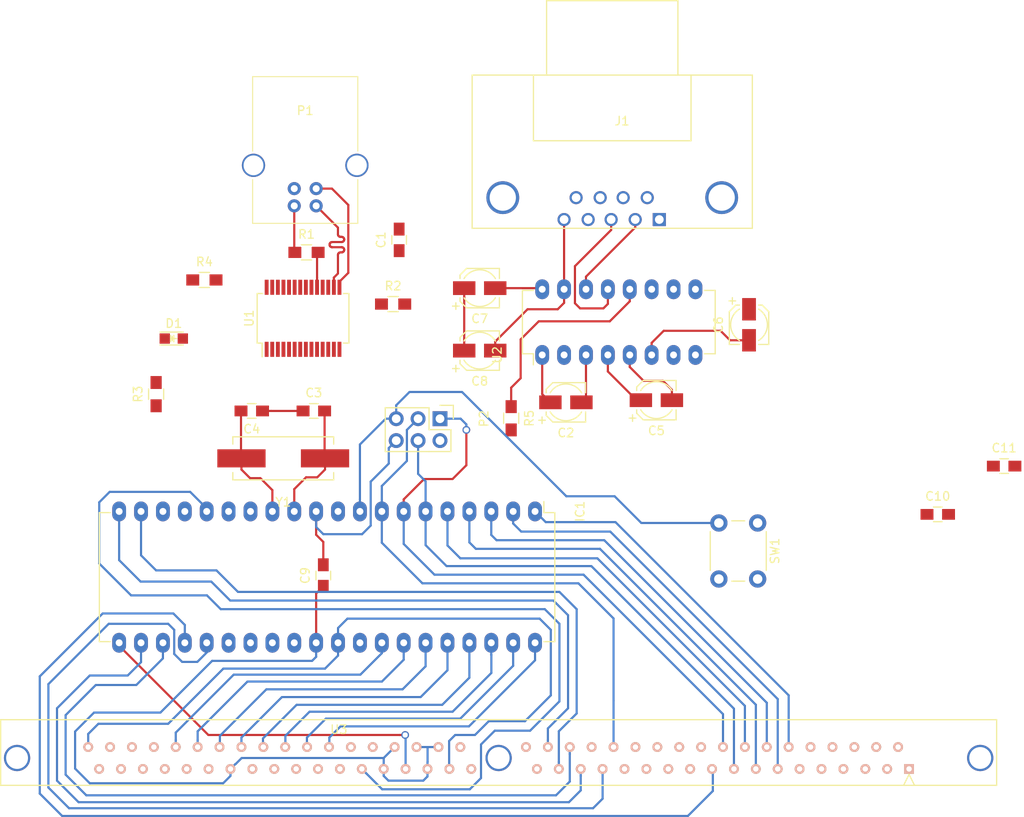
<source format=kicad_pcb>
(kicad_pcb (version 4) (host pcbnew 4.0.5+dfsg1-4)

  (general
    (links 100)
    (no_connects 54)
    (area 0 0 0 0)
    (thickness 1.6)
    (drawings 0)
    (tracks 408)
    (zones 0)
    (modules 26)
    (nets 111)
  )

  (page A4)
  (layers
    (0 F.Cu signal)
    (31 B.Cu signal)
    (32 B.Adhes user)
    (33 F.Adhes user)
    (34 B.Paste user)
    (35 F.Paste user)
    (36 B.SilkS user)
    (37 F.SilkS user)
    (38 B.Mask user)
    (39 F.Mask user)
    (40 Dwgs.User user)
    (41 Cmts.User user)
    (42 Eco1.User user)
    (43 Eco2.User user)
    (44 Edge.Cuts user)
    (45 Margin user)
    (46 B.CrtYd user)
    (47 F.CrtYd user)
    (48 B.Fab user)
    (49 F.Fab user)
  )

  (setup
    (last_trace_width 0.25)
    (trace_clearance 0.2)
    (zone_clearance 0.508)
    (zone_45_only no)
    (trace_min 0.2)
    (segment_width 0.2)
    (edge_width 0.15)
    (via_size 0.9)
    (via_drill 0.6)
    (via_min_size 0.4)
    (via_min_drill 0.3)
    (uvia_size 0.3)
    (uvia_drill 0.1)
    (uvias_allowed no)
    (uvia_min_size 0.2)
    (uvia_min_drill 0.1)
    (pcb_text_width 0.3)
    (pcb_text_size 1.5 1.5)
    (mod_edge_width 0.15)
    (mod_text_size 1 1)
    (mod_text_width 0.15)
    (pad_size 1.524 1.524)
    (pad_drill 0.762)
    (pad_to_mask_clearance 0.2)
    (aux_axis_origin 0 0)
    (visible_elements FFFFFF7F)
    (pcbplotparams
      (layerselection 0x00030_80000001)
      (usegerberextensions false)
      (excludeedgelayer true)
      (linewidth 0.100000)
      (plotframeref false)
      (viasonmask false)
      (mode 1)
      (useauxorigin false)
      (hpglpennumber 1)
      (hpglpenspeed 20)
      (hpglpendiameter 15)
      (hpglpenoverlay 2)
      (psnegative false)
      (psa4output false)
      (plotreference true)
      (plotvalue true)
      (plotinvisibletext false)
      (padsonsilk false)
      (subtractmaskfromsilk false)
      (outputformat 1)
      (mirror false)
      (drillshape 1)
      (scaleselection 1)
      (outputdirectory ""))
  )

  (net 0 "")
  (net 1 "Net-(C1-Pad1)")
  (net 2 GND)
  (net 3 "Net-(C2-Pad1)")
  (net 4 "Net-(C2-Pad2)")
  (net 5 "Net-(C3-Pad2)")
  (net 6 "Net-(C4-Pad2)")
  (net 7 "Net-(C5-Pad1)")
  (net 8 "Net-(C5-Pad2)")
  (net 9 "Net-(C6-Pad2)")
  (net 10 "Net-(C7-Pad1)")
  (net 11 VCC)
  (net 12 "Net-(D1-Pad1)")
  (net 13 /A0)
  (net 14 /A1)
  (net 15 /A2)
  (net 16 /A3)
  (net 17 /A4)
  (net 18 /A5)
  (net 19 /A6)
  (net 20 /A7)
  (net 21 /~RST)
  (net 22 RX)
  (net 23 TX)
  (net 24 "Net-(IC1-Pad17)")
  (net 25 "Net-(IC1-Pad18)")
  (net 26 /A8)
  (net 27 /A9)
  (net 28 /A10)
  (net 29 /A11)
  (net 30 "Net-(IC1-Pad26)")
  (net 31 "Net-(IC1-Pad27)")
  (net 32 "Net-(IC1-Pad28)")
  (net 33 "Net-(IC1-Pad29)")
  (net 34 "Net-(IC1-Pad32)")
  (net 35 /D7)
  (net 36 /D6)
  (net 37 /D5)
  (net 38 /D4)
  (net 39 /D3)
  (net 40 /D2)
  (net 41 /D1)
  (net 42 /D0)
  (net 43 "Net-(J1-Pad1)")
  (net 44 "Net-(J1-Pad2)")
  (net 45 "Net-(J1-Pad3)")
  (net 46 "Net-(J1-Pad4)")
  (net 47 "Net-(J1-Pad9)")
  (net 48 "Net-(J1-Pad8)")
  (net 49 "Net-(J1-Pad7)")
  (net 50 "Net-(J1-Pad6)")
  (net 51 /USBD-)
  (net 52 "Net-(P1-Pad1)")
  (net 53 /USBD+)
  (net 54 "Net-(P1-Pad5)")
  (net 55 "Net-(R1-Pad2)")
  (net 56 "Net-(R3-Pad2)")
  (net 57 "Net-(R4-Pad2)")
  (net 58 "Net-(R5-Pad1)")
  (net 59 "Net-(U1-Pad2)")
  (net 60 "Net-(U1-Pad3)")
  (net 61 "Net-(U1-Pad6)")
  (net 62 "Net-(U1-Pad9)")
  (net 63 "Net-(U1-Pad10)")
  (net 64 "Net-(U1-Pad11)")
  (net 65 "Net-(U1-Pad12)")
  (net 66 "Net-(U1-Pad13)")
  (net 67 "Net-(U1-Pad14)")
  (net 68 "Net-(U1-Pad23)")
  (net 69 "Net-(U1-Pad27)")
  (net 70 "Net-(U1-Pad28)")
  (net 71 "Net-(U2-Pad7)")
  (net 72 "Net-(U2-Pad8)")
  (net 73 "Net-(U2-Pad9)")
  (net 74 "Net-(U2-Pad10)")
  (net 75 "Net-(U3-Pad2)")
  (net 76 "Net-(U3-Pad3)")
  (net 77 "Net-(U3-Pad4)")
  (net 78 "Net-(U3-Pad5)")
  (net 79 "Net-(U3-Pad6)")
  (net 80 "Net-(U3-Pad7)")
  (net 81 "Net-(U3-Pad8)")
  (net 82 "Net-(U3-Pad9)")
  (net 83 "Net-(U3-Pad20)")
  (net 84 "Net-(U3-Pad21)")
  (net 85 "Net-(U3-Pad22)")
  (net 86 "Net-(U3-Pad23)")
  (net 87 "Net-(U3-Pad24)")
  (net 88 "Net-(U3-Pad25)")
  (net 89 "Net-(U3-Pad26)")
  (net 90 "Net-(U3-Pad27)")
  (net 91 "Net-(U3-Pad35)")
  (net 92 "Net-(U3-Pad36)")
  (net 93 "Net-(U3-Pad37)")
  (net 94 "Net-(U3-Pad38)")
  (net 95 "Net-(U3-Pad49)")
  (net 96 "Net-(U3-Pad51)")
  (net 97 "Net-(U3-Pad53)")
  (net 98 "Net-(U3-Pad55)")
  (net 99 "Net-(U3-Pad57)")
  (net 100 "Net-(U3-Pad61)")
  (net 101 "Net-(U3-Pad63)")
  (net 102 "Net-(U3-Pad65)")
  (net 103 "Net-(U3-Pad67)")
  (net 104 "Net-(U3-Pad68)")
  (net 105 "Net-(U3-Pad69)")
  (net 106 "Net-(U3-Pad70)")
  (net 107 /~WE)
  (net 108 /~RAS3)
  (net 109 /~RAS2)
  (net 110 /~CAS3)

  (net_class Default "This is the default net class."
    (clearance 0.2)
    (trace_width 0.25)
    (via_dia 0.9)
    (via_drill 0.6)
    (uvia_dia 0.3)
    (uvia_drill 0.1)
    (add_net /A0)
    (add_net /A1)
    (add_net /A10)
    (add_net /A11)
    (add_net /A2)
    (add_net /A3)
    (add_net /A4)
    (add_net /A5)
    (add_net /A6)
    (add_net /A7)
    (add_net /A8)
    (add_net /A9)
    (add_net /D0)
    (add_net /D1)
    (add_net /D2)
    (add_net /D3)
    (add_net /D4)
    (add_net /D5)
    (add_net /D6)
    (add_net /D7)
    (add_net /USBD+)
    (add_net /USBD-)
    (add_net /~CAS3)
    (add_net /~RAS2)
    (add_net /~RAS3)
    (add_net /~RST)
    (add_net /~WE)
    (add_net GND)
    (add_net "Net-(C1-Pad1)")
    (add_net "Net-(C2-Pad1)")
    (add_net "Net-(C2-Pad2)")
    (add_net "Net-(C3-Pad2)")
    (add_net "Net-(C4-Pad2)")
    (add_net "Net-(C5-Pad1)")
    (add_net "Net-(C5-Pad2)")
    (add_net "Net-(C6-Pad2)")
    (add_net "Net-(C7-Pad1)")
    (add_net "Net-(D1-Pad1)")
    (add_net "Net-(IC1-Pad17)")
    (add_net "Net-(IC1-Pad18)")
    (add_net "Net-(IC1-Pad26)")
    (add_net "Net-(IC1-Pad27)")
    (add_net "Net-(IC1-Pad28)")
    (add_net "Net-(IC1-Pad29)")
    (add_net "Net-(IC1-Pad32)")
    (add_net "Net-(J1-Pad1)")
    (add_net "Net-(J1-Pad2)")
    (add_net "Net-(J1-Pad3)")
    (add_net "Net-(J1-Pad4)")
    (add_net "Net-(J1-Pad6)")
    (add_net "Net-(J1-Pad7)")
    (add_net "Net-(J1-Pad8)")
    (add_net "Net-(J1-Pad9)")
    (add_net "Net-(P1-Pad1)")
    (add_net "Net-(P1-Pad5)")
    (add_net "Net-(R1-Pad2)")
    (add_net "Net-(R3-Pad2)")
    (add_net "Net-(R4-Pad2)")
    (add_net "Net-(R5-Pad1)")
    (add_net "Net-(U1-Pad10)")
    (add_net "Net-(U1-Pad11)")
    (add_net "Net-(U1-Pad12)")
    (add_net "Net-(U1-Pad13)")
    (add_net "Net-(U1-Pad14)")
    (add_net "Net-(U1-Pad2)")
    (add_net "Net-(U1-Pad23)")
    (add_net "Net-(U1-Pad27)")
    (add_net "Net-(U1-Pad28)")
    (add_net "Net-(U1-Pad3)")
    (add_net "Net-(U1-Pad6)")
    (add_net "Net-(U1-Pad9)")
    (add_net "Net-(U2-Pad10)")
    (add_net "Net-(U2-Pad7)")
    (add_net "Net-(U2-Pad8)")
    (add_net "Net-(U2-Pad9)")
    (add_net "Net-(U3-Pad2)")
    (add_net "Net-(U3-Pad20)")
    (add_net "Net-(U3-Pad21)")
    (add_net "Net-(U3-Pad22)")
    (add_net "Net-(U3-Pad23)")
    (add_net "Net-(U3-Pad24)")
    (add_net "Net-(U3-Pad25)")
    (add_net "Net-(U3-Pad26)")
    (add_net "Net-(U3-Pad27)")
    (add_net "Net-(U3-Pad3)")
    (add_net "Net-(U3-Pad35)")
    (add_net "Net-(U3-Pad36)")
    (add_net "Net-(U3-Pad37)")
    (add_net "Net-(U3-Pad38)")
    (add_net "Net-(U3-Pad4)")
    (add_net "Net-(U3-Pad49)")
    (add_net "Net-(U3-Pad5)")
    (add_net "Net-(U3-Pad51)")
    (add_net "Net-(U3-Pad53)")
    (add_net "Net-(U3-Pad55)")
    (add_net "Net-(U3-Pad57)")
    (add_net "Net-(U3-Pad6)")
    (add_net "Net-(U3-Pad61)")
    (add_net "Net-(U3-Pad63)")
    (add_net "Net-(U3-Pad65)")
    (add_net "Net-(U3-Pad67)")
    (add_net "Net-(U3-Pad68)")
    (add_net "Net-(U3-Pad69)")
    (add_net "Net-(U3-Pad7)")
    (add_net "Net-(U3-Pad70)")
    (add_net "Net-(U3-Pad8)")
    (add_net "Net-(U3-Pad9)")
    (add_net RX)
    (add_net TX)
    (add_net VCC)
  )

  (module Sockets:SIM72 (layer F.Cu) (tedit 0) (tstamp 58C0E424)
    (at 139.945 101.77)
    (descr "Support 72 pins pour barettes SIMM 32 bits")
    (tags SIMM)
    (path /58C0CF5E)
    (fp_text reference U3 (at -18.542 -3.302) (layer F.SilkS)
      (effects (font (size 1 1) (thickness 0.15)))
    )
    (fp_text value SIMM72P (at 11.176 -3.302) (layer F.Fab)
      (effects (font (size 1 1) (thickness 0.15)))
    )
    (fp_line (start 57.785 -4.445) (end -57.785 -4.445) (layer F.SilkS) (width 0.15))
    (fp_line (start -57.785 -4.445) (end -57.785 3.175) (layer F.SilkS) (width 0.15))
    (fp_line (start -57.785 3.175) (end 57.785 3.175) (layer F.SilkS) (width 0.15))
    (fp_line (start 57.785 3.175) (end 57.785 -4.445) (layer F.SilkS) (width 0.15))
    (fp_line (start 46.99 3.175) (end 47.625 1.905) (layer F.SilkS) (width 0.15))
    (fp_line (start 47.625 1.905) (end 48.26 3.175) (layer F.SilkS) (width 0.15))
    (pad "" thru_hole circle (at 0 0) (size 3.048 3.048) (drill 2.54) (layers *.Cu *.Mask))
    (pad "" thru_hole circle (at -55.88 0) (size 3.048 3.048) (drill 2.54) (layers *.Cu *.Mask))
    (pad "" thru_hole circle (at 55.88 0) (size 3.048 3.048) (drill 2.54) (layers *.Cu *.Mask))
    (pad 1 thru_hole rect (at 47.625 1.27) (size 1.143 1.143) (drill 0.635) (layers *.Cu *.SilkS *.Mask)
      (net 2 GND))
    (pad 2 thru_hole circle (at 46.355 -1.27) (size 1.143 1.143) (drill 0.635) (layers *.Cu *.SilkS *.Mask)
      (net 75 "Net-(U3-Pad2)"))
    (pad 3 thru_hole circle (at 45.085 1.27) (size 1.143 1.143) (drill 0.635) (layers *.Cu *.SilkS *.Mask)
      (net 76 "Net-(U3-Pad3)"))
    (pad 4 thru_hole circle (at 43.815 -1.27) (size 1.143 1.143) (drill 0.635) (layers *.Cu *.SilkS *.Mask)
      (net 77 "Net-(U3-Pad4)"))
    (pad 5 thru_hole circle (at 42.545 1.27) (size 1.143 1.143) (drill 0.635) (layers *.Cu *.SilkS *.Mask)
      (net 78 "Net-(U3-Pad5)"))
    (pad 6 thru_hole circle (at 41.275 -1.27) (size 1.143 1.143) (drill 0.635) (layers *.Cu *.SilkS *.Mask)
      (net 79 "Net-(U3-Pad6)"))
    (pad 7 thru_hole circle (at 40.005 1.27) (size 1.143 1.143) (drill 0.635) (layers *.Cu *.SilkS *.Mask)
      (net 80 "Net-(U3-Pad7)"))
    (pad 8 thru_hole circle (at 38.735 -1.27) (size 1.143 1.143) (drill 0.635) (layers *.Cu *.SilkS *.Mask)
      (net 81 "Net-(U3-Pad8)"))
    (pad 9 thru_hole circle (at 37.465 1.27) (size 1.143 1.143) (drill 0.635) (layers *.Cu *.SilkS *.Mask)
      (net 82 "Net-(U3-Pad9)"))
    (pad 10 thru_hole circle (at 36.195 -1.27) (size 1.143 1.143) (drill 0.635) (layers *.Cu *.SilkS *.Mask)
      (net 11 VCC))
    (pad 11 thru_hole circle (at 34.925 1.27) (size 1.143 1.143) (drill 0.635) (layers *.Cu *.SilkS *.Mask))
    (pad 12 thru_hole circle (at 33.655 -1.27) (size 1.143 1.143) (drill 0.635) (layers *.Cu *.SilkS *.Mask)
      (net 13 /A0))
    (pad 13 thru_hole circle (at 32.385 1.27) (size 1.143 1.143) (drill 0.635) (layers *.Cu *.SilkS *.Mask)
      (net 14 /A1))
    (pad 14 thru_hole circle (at 31.115 -1.27) (size 1.143 1.143) (drill 0.635) (layers *.Cu *.SilkS *.Mask)
      (net 15 /A2))
    (pad 15 thru_hole circle (at 29.845 1.27) (size 1.143 1.143) (drill 0.635) (layers *.Cu *.SilkS *.Mask)
      (net 16 /A3))
    (pad 16 thru_hole circle (at 28.575 -1.27) (size 1.143 1.143) (drill 0.635) (layers *.Cu *.SilkS *.Mask)
      (net 17 /A4))
    (pad 17 thru_hole circle (at 27.305 1.27) (size 1.143 1.143) (drill 0.635) (layers *.Cu *.SilkS *.Mask)
      (net 18 /A5))
    (pad 18 thru_hole circle (at 26.035 -1.27) (size 1.143 1.143) (drill 0.635) (layers *.Cu *.SilkS *.Mask)
      (net 19 /A6))
    (pad 19 thru_hole circle (at 24.765 1.27) (size 1.143 1.143) (drill 0.635) (layers *.Cu *.SilkS *.Mask)
      (net 28 /A10))
    (pad 20 thru_hole circle (at 23.495 -1.27) (size 1.143 1.143) (drill 0.635) (layers *.Cu *.SilkS *.Mask)
      (net 83 "Net-(U3-Pad20)"))
    (pad 21 thru_hole circle (at 22.225 1.27) (size 1.143 1.143) (drill 0.635) (layers *.Cu *.SilkS *.Mask)
      (net 84 "Net-(U3-Pad21)"))
    (pad 22 thru_hole circle (at 20.955 -1.27) (size 1.143 1.143) (drill 0.635) (layers *.Cu *.SilkS *.Mask)
      (net 85 "Net-(U3-Pad22)"))
    (pad 23 thru_hole circle (at 19.685 1.27) (size 1.143 1.143) (drill 0.635) (layers *.Cu *.SilkS *.Mask)
      (net 86 "Net-(U3-Pad23)"))
    (pad 24 thru_hole circle (at 18.415 -1.27) (size 1.143 1.143) (drill 0.635) (layers *.Cu *.SilkS *.Mask)
      (net 87 "Net-(U3-Pad24)"))
    (pad 25 thru_hole circle (at 17.145 1.27) (size 1.143 1.143) (drill 0.635) (layers *.Cu *.SilkS *.Mask)
      (net 88 "Net-(U3-Pad25)"))
    (pad 26 thru_hole circle (at 15.875 -1.27) (size 1.143 1.143) (drill 0.635) (layers *.Cu *.SilkS *.Mask)
      (net 89 "Net-(U3-Pad26)"))
    (pad 27 thru_hole circle (at 14.605 1.27) (size 1.143 1.143) (drill 0.635) (layers *.Cu *.SilkS *.Mask)
      (net 90 "Net-(U3-Pad27)"))
    (pad 28 thru_hole circle (at 13.335 -1.27) (size 1.143 1.143) (drill 0.635) (layers *.Cu *.SilkS *.Mask)
      (net 20 /A7))
    (pad 29 thru_hole circle (at 12.065 1.27) (size 1.143 1.143) (drill 0.635) (layers *.Cu *.SilkS *.Mask)
      (net 29 /A11))
    (pad 30 thru_hole circle (at 10.795 -1.27) (size 1.143 1.143) (drill 0.635) (layers *.Cu *.SilkS *.Mask)
      (net 11 VCC))
    (pad 31 thru_hole circle (at 9.525 1.27) (size 1.143 1.143) (drill 0.635) (layers *.Cu *.SilkS *.Mask)
      (net 26 /A8))
    (pad 32 thru_hole circle (at 8.255 -1.27) (size 1.143 1.143) (drill 0.635) (layers *.Cu *.SilkS *.Mask)
      (net 27 /A9))
    (pad 33 thru_hole circle (at 6.985 1.27) (size 1.143 1.143) (drill 0.635) (layers *.Cu *.SilkS *.Mask)
      (net 108 /~RAS3))
    (pad 34 thru_hole circle (at 5.715 -1.27) (size 1.143 1.143) (drill 0.635) (layers *.Cu *.SilkS *.Mask)
      (net 109 /~RAS2))
    (pad 35 thru_hole circle (at 4.445 1.27) (size 1.143 1.143) (drill 0.635) (layers *.Cu *.SilkS *.Mask)
      (net 91 "Net-(U3-Pad35)"))
    (pad 36 thru_hole circle (at 3.175 -1.27) (size 1.143 1.143) (drill 0.635) (layers *.Cu *.SilkS *.Mask)
      (net 92 "Net-(U3-Pad36)"))
    (pad 37 thru_hole circle (at -3.175 1.27) (size 1.143 1.143) (drill 0.635) (layers *.Cu *.SilkS *.Mask)
      (net 93 "Net-(U3-Pad37)"))
    (pad 38 thru_hole circle (at -4.445 -1.27) (size 1.143 1.143) (drill 0.635) (layers *.Cu *.SilkS *.Mask)
      (net 94 "Net-(U3-Pad38)"))
    (pad 39 thru_hole circle (at -5.715 1.27) (size 1.143 1.143) (drill 0.635) (layers *.Cu *.SilkS *.Mask)
      (net 2 GND))
    (pad 40 thru_hole circle (at -6.985 -1.27) (size 1.143 1.143) (drill 0.635) (layers *.Cu *.SilkS *.Mask)
      (net 11 VCC))
    (pad 41 thru_hole circle (at -8.255 1.27) (size 1.143 1.143) (drill 0.635) (layers *.Cu *.SilkS *.Mask)
      (net 11 VCC))
    (pad 42 thru_hole circle (at -9.525 -1.27) (size 1.143 1.143) (drill 0.635) (layers *.Cu *.SilkS *.Mask)
      (net 11 VCC))
    (pad 43 thru_hole circle (at -10.795 1.27) (size 1.143 1.143) (drill 0.635) (layers *.Cu *.SilkS *.Mask)
      (net 110 /~CAS3))
    (pad 44 thru_hole circle (at -12.065 -1.27) (size 1.143 1.143) (drill 0.635) (layers *.Cu *.SilkS *.Mask)
      (net 11 VCC))
    (pad 45 thru_hole circle (at -13.335 1.27) (size 1.143 1.143) (drill 0.635) (layers *.Cu *.SilkS *.Mask)
      (net 11 VCC))
    (pad 46 thru_hole circle (at -14.605 -1.27) (size 1.143 1.143) (drill 0.635) (layers *.Cu *.SilkS *.Mask))
    (pad 47 thru_hole circle (at -15.875 1.27) (size 1.143 1.143) (drill 0.635) (layers *.Cu *.SilkS *.Mask)
      (net 107 /~WE))
    (pad 48 thru_hole circle (at -17.145 -1.27) (size 1.143 1.143) (drill 0.635) (layers *.Cu *.SilkS *.Mask))
    (pad 49 thru_hole circle (at -18.415 1.27) (size 1.143 1.143) (drill 0.635) (layers *.Cu *.SilkS *.Mask)
      (net 95 "Net-(U3-Pad49)"))
    (pad 50 thru_hole circle (at -19.685 -1.27) (size 1.143 1.143) (drill 0.635) (layers *.Cu *.SilkS *.Mask)
      (net 42 /D0))
    (pad 51 thru_hole circle (at -20.955 1.27) (size 1.143 1.143) (drill 0.635) (layers *.Cu *.SilkS *.Mask)
      (net 96 "Net-(U3-Pad51)"))
    (pad 52 thru_hole circle (at -22.225 -1.27) (size 1.143 1.143) (drill 0.635) (layers *.Cu *.SilkS *.Mask)
      (net 41 /D1))
    (pad 53 thru_hole circle (at -23.495 1.27) (size 1.143 1.143) (drill 0.635) (layers *.Cu *.SilkS *.Mask)
      (net 97 "Net-(U3-Pad53)"))
    (pad 54 thru_hole circle (at -24.765 -1.27) (size 1.143 1.143) (drill 0.635) (layers *.Cu *.SilkS *.Mask)
      (net 40 /D2))
    (pad 55 thru_hole circle (at -26.035 1.27) (size 1.143 1.143) (drill 0.635) (layers *.Cu *.SilkS *.Mask)
      (net 98 "Net-(U3-Pad55)"))
    (pad 56 thru_hole circle (at -27.305 -1.27) (size 1.143 1.143) (drill 0.635) (layers *.Cu *.SilkS *.Mask)
      (net 39 /D3))
    (pad 57 thru_hole circle (at -28.575 1.27) (size 1.143 1.143) (drill 0.635) (layers *.Cu *.SilkS *.Mask)
      (net 99 "Net-(U3-Pad57)"))
    (pad 58 thru_hole circle (at -29.845 -1.27) (size 1.143 1.143) (drill 0.635) (layers *.Cu *.SilkS *.Mask)
      (net 38 /D4))
    (pad 59 thru_hole circle (at -31.115 1.27) (size 1.143 1.143) (drill 0.635) (layers *.Cu *.SilkS *.Mask)
      (net 11 VCC))
    (pad 60 thru_hole circle (at -32.385 -1.27) (size 1.143 1.143) (drill 0.635) (layers *.Cu *.SilkS *.Mask)
      (net 37 /D5))
    (pad 61 thru_hole circle (at -33.655 1.27) (size 1.143 1.143) (drill 0.635) (layers *.Cu *.SilkS *.Mask)
      (net 100 "Net-(U3-Pad61)"))
    (pad 62 thru_hole circle (at -34.925 -1.27) (size 1.143 1.143) (drill 0.635) (layers *.Cu *.SilkS *.Mask)
      (net 36 /D6))
    (pad 63 thru_hole circle (at -36.195 1.27) (size 1.143 1.143) (drill 0.635) (layers *.Cu *.SilkS *.Mask)
      (net 101 "Net-(U3-Pad63)"))
    (pad 64 thru_hole circle (at -37.465 -1.27) (size 1.143 1.143) (drill 0.635) (layers *.Cu *.SilkS *.Mask)
      (net 35 /D7))
    (pad 65 thru_hole circle (at -38.735 1.27) (size 1.143 1.143) (drill 0.635) (layers *.Cu *.SilkS *.Mask)
      (net 102 "Net-(U3-Pad65)"))
    (pad 66 thru_hole circle (at -40.005 -1.27) (size 1.143 1.143) (drill 0.635) (layers *.Cu *.SilkS *.Mask))
    (pad 67 thru_hole circle (at -41.275 1.27) (size 1.143 1.143) (drill 0.635) (layers *.Cu *.SilkS *.Mask)
      (net 103 "Net-(U3-Pad67)"))
    (pad 68 thru_hole circle (at -42.545 -1.27) (size 1.143 1.143) (drill 0.635) (layers *.Cu *.SilkS *.Mask)
      (net 104 "Net-(U3-Pad68)"))
    (pad 69 thru_hole circle (at -43.815 1.27) (size 1.143 1.143) (drill 0.635) (layers *.Cu *.SilkS *.Mask)
      (net 105 "Net-(U3-Pad69)"))
    (pad 70 thru_hole circle (at -45.085 -1.27) (size 1.143 1.143) (drill 0.635) (layers *.Cu *.SilkS *.Mask)
      (net 106 "Net-(U3-Pad70)"))
    (pad 71 thru_hole circle (at -46.355 1.27) (size 1.143 1.143) (drill 0.635) (layers *.Cu *.SilkS *.Mask))
    (pad 72 thru_hole circle (at -47.625 -1.27) (size 1.143 1.143) (drill 0.635) (layers *.Cu *.SilkS *.Mask)
      (net 2 GND))
  )

  (module Pin_Headers:Pin_Header_Straight_2x03 (layer F.Cu) (tedit 54EA0A4B) (tstamp 58C0E37B)
    (at 133.14 62.4 270)
    (descr "Through hole pin header")
    (tags "pin header")
    (path /58C1F59F)
    (fp_text reference P2 (at 0 -5.1 270) (layer F.SilkS)
      (effects (font (size 1 1) (thickness 0.15)))
    )
    (fp_text value ISP (at 0 -3.1 270) (layer F.Fab)
      (effects (font (size 1 1) (thickness 0.15)))
    )
    (fp_line (start -1.27 1.27) (end -1.27 6.35) (layer F.SilkS) (width 0.15))
    (fp_line (start -1.55 -1.55) (end 0 -1.55) (layer F.SilkS) (width 0.15))
    (fp_line (start -1.75 -1.75) (end -1.75 6.85) (layer F.CrtYd) (width 0.05))
    (fp_line (start 4.3 -1.75) (end 4.3 6.85) (layer F.CrtYd) (width 0.05))
    (fp_line (start -1.75 -1.75) (end 4.3 -1.75) (layer F.CrtYd) (width 0.05))
    (fp_line (start -1.75 6.85) (end 4.3 6.85) (layer F.CrtYd) (width 0.05))
    (fp_line (start 1.27 -1.27) (end 1.27 1.27) (layer F.SilkS) (width 0.15))
    (fp_line (start 1.27 1.27) (end -1.27 1.27) (layer F.SilkS) (width 0.15))
    (fp_line (start -1.27 6.35) (end 3.81 6.35) (layer F.SilkS) (width 0.15))
    (fp_line (start 3.81 6.35) (end 3.81 1.27) (layer F.SilkS) (width 0.15))
    (fp_line (start -1.55 -1.55) (end -1.55 0) (layer F.SilkS) (width 0.15))
    (fp_line (start 3.81 -1.27) (end 1.27 -1.27) (layer F.SilkS) (width 0.15))
    (fp_line (start 3.81 1.27) (end 3.81 -1.27) (layer F.SilkS) (width 0.15))
    (pad 1 thru_hole rect (at 0 0 270) (size 1.7272 1.7272) (drill 1.016) (layers *.Cu *.Mask)
      (net 19 /A6))
    (pad 2 thru_hole oval (at 2.54 0 270) (size 1.7272 1.7272) (drill 1.016) (layers *.Cu *.Mask)
      (net 11 VCC))
    (pad 3 thru_hole oval (at 0 2.54 270) (size 1.7272 1.7272) (drill 1.016) (layers *.Cu *.Mask)
      (net 20 /A7))
    (pad 4 thru_hole oval (at 2.54 2.54 270) (size 1.7272 1.7272) (drill 1.016) (layers *.Cu *.Mask)
      (net 18 /A5))
    (pad 5 thru_hole oval (at 0 5.08 270) (size 1.7272 1.7272) (drill 1.016) (layers *.Cu *.Mask)
      (net 21 /~RST))
    (pad 6 thru_hole oval (at 2.54 5.08 270) (size 1.7272 1.7272) (drill 1.016) (layers *.Cu *.Mask)
      (net 2 GND))
    (model Pin_Headers.3dshapes/Pin_Header_Straight_2x03.wrl
      (at (xyz 0.05 -0.1 0))
      (scale (xyz 1 1 1))
      (rotate (xyz 0 0 90))
    )
  )

  (module Capacitors_SMD:C_0805_HandSoldering (layer F.Cu) (tedit 541A9B8D) (tstamp 58C0E2EA)
    (at 128.4 41.65 90)
    (descr "Capacitor SMD 0805, hand soldering")
    (tags "capacitor 0805")
    (path /58C1A63C)
    (attr smd)
    (fp_text reference C1 (at 0 -2.1 90) (layer F.SilkS)
      (effects (font (size 1 1) (thickness 0.15)))
    )
    (fp_text value 0.1uF (at 0 2.1 90) (layer F.Fab)
      (effects (font (size 1 1) (thickness 0.15)))
    )
    (fp_line (start -1 0.625) (end -1 -0.625) (layer F.Fab) (width 0.15))
    (fp_line (start 1 0.625) (end -1 0.625) (layer F.Fab) (width 0.15))
    (fp_line (start 1 -0.625) (end 1 0.625) (layer F.Fab) (width 0.15))
    (fp_line (start -1 -0.625) (end 1 -0.625) (layer F.Fab) (width 0.15))
    (fp_line (start -2.3 -1) (end 2.3 -1) (layer F.CrtYd) (width 0.05))
    (fp_line (start -2.3 1) (end 2.3 1) (layer F.CrtYd) (width 0.05))
    (fp_line (start -2.3 -1) (end -2.3 1) (layer F.CrtYd) (width 0.05))
    (fp_line (start 2.3 -1) (end 2.3 1) (layer F.CrtYd) (width 0.05))
    (fp_line (start 0.5 -0.85) (end -0.5 -0.85) (layer F.SilkS) (width 0.15))
    (fp_line (start -0.5 0.85) (end 0.5 0.85) (layer F.SilkS) (width 0.15))
    (pad 1 smd rect (at -1.25 0 90) (size 1.5 1.25) (layers F.Cu F.Paste F.Mask)
      (net 1 "Net-(C1-Pad1)"))
    (pad 2 smd rect (at 1.25 0 90) (size 1.5 1.25) (layers F.Cu F.Paste F.Mask)
      (net 2 GND))
    (model Capacitors_SMD.3dshapes/C_0805_HandSoldering.wrl
      (at (xyz 0 0 0))
      (scale (xyz 1 1 1))
      (rotate (xyz 0 0 0))
    )
  )

  (module Capacitors_SMD:c_elec_4x5.7 (layer F.Cu) (tedit 57FA43FA) (tstamp 58C0E2F0)
    (at 147.75 60.5)
    (descr "SMT capacitor, aluminium electrolytic, 4x5.7")
    (path /58C0FF88)
    (attr smd)
    (fp_text reference C2 (at 0 3.5433) (layer F.SilkS)
      (effects (font (size 1 1) (thickness 0.15)))
    )
    (fp_text value 1uF (at 0 -3.5433) (layer F.Fab)
      (effects (font (size 1 1) (thickness 0.15)))
    )
    (fp_text user + (at -1.1049 -0.0762) (layer F.Fab)
      (effects (font (size 1 1) (thickness 0.15)))
    )
    (fp_line (start 2.1336 2.1336) (end 2.1336 -2.1336) (layer F.Fab) (width 0.15))
    (fp_line (start -1.4605 2.1336) (end 2.1336 2.1336) (layer F.Fab) (width 0.15))
    (fp_line (start -2.1336 1.4605) (end -1.4605 2.1336) (layer F.Fab) (width 0.15))
    (fp_line (start -2.1336 -1.4605) (end -2.1336 1.4605) (layer F.Fab) (width 0.15))
    (fp_line (start -1.4605 -2.1336) (end -2.1336 -1.4605) (layer F.Fab) (width 0.15))
    (fp_line (start 2.1336 -2.1336) (end -1.4605 -2.1336) (layer F.Fab) (width 0.15))
    (fp_line (start 2.286 2.286) (end 2.286 1.1176) (layer F.SilkS) (width 0.15))
    (fp_line (start 2.286 -2.286) (end 2.286 -1.1176) (layer F.SilkS) (width 0.15))
    (fp_line (start -2.286 -1.524) (end -2.286 -1.1176) (layer F.SilkS) (width 0.15))
    (fp_line (start -2.286 1.524) (end -2.286 1.1176) (layer F.SilkS) (width 0.15))
    (fp_arc (start 0 0) (end 1.8161 1.1176) (angle 116.8306859) (layer F.SilkS) (width 0.15))
    (fp_arc (start 0 0) (end -1.8161 -1.1176) (angle 116.9629321) (layer F.SilkS) (width 0.15))
    (fp_text user + (at -2.7686 2.0066) (layer F.SilkS)
      (effects (font (size 1 1) (thickness 0.15)))
    )
    (fp_line (start 3.35 -2.65) (end -3.35 -2.65) (layer F.CrtYd) (width 0.05))
    (fp_line (start -3.35 -2.65) (end -3.35 2.65) (layer F.CrtYd) (width 0.05))
    (fp_line (start -3.35 2.65) (end 3.35 2.65) (layer F.CrtYd) (width 0.05))
    (fp_line (start 3.35 2.65) (end 3.35 -2.65) (layer F.CrtYd) (width 0.05))
    (fp_line (start -1.524 2.286) (end 2.286 2.286) (layer F.SilkS) (width 0.15))
    (fp_line (start -1.524 2.286) (end -2.286 1.524) (layer F.SilkS) (width 0.15))
    (fp_line (start -1.524 -2.286) (end 2.286 -2.286) (layer F.SilkS) (width 0.15))
    (fp_line (start -1.524 -2.286) (end -2.286 -1.524) (layer F.SilkS) (width 0.15))
    (pad 1 smd rect (at -1.8 0 180) (size 2.6 1.6) (layers F.Cu F.Paste F.Mask)
      (net 3 "Net-(C2-Pad1)"))
    (pad 2 smd rect (at 1.8 0 180) (size 2.6 1.6) (layers F.Cu F.Paste F.Mask)
      (net 4 "Net-(C2-Pad2)"))
    (model Capacitors_SMD.3dshapes/c_elec_4x5.7.wrl
      (at (xyz 0 0 0))
      (scale (xyz 1 1 1))
      (rotate (xyz 0 0 180))
    )
  )

  (module Capacitors_SMD:C_0805_HandSoldering (layer F.Cu) (tedit 541A9B8D) (tstamp 58C0E2F6)
    (at 118.5 61.5)
    (descr "Capacitor SMD 0805, hand soldering")
    (tags "capacitor 0805")
    (path /58C0DC3E)
    (attr smd)
    (fp_text reference C3 (at 0 -2.1) (layer F.SilkS)
      (effects (font (size 1 1) (thickness 0.15)))
    )
    (fp_text value 22pF (at 0 2.1) (layer F.Fab)
      (effects (font (size 1 1) (thickness 0.15)))
    )
    (fp_line (start -1 0.625) (end -1 -0.625) (layer F.Fab) (width 0.15))
    (fp_line (start 1 0.625) (end -1 0.625) (layer F.Fab) (width 0.15))
    (fp_line (start 1 -0.625) (end 1 0.625) (layer F.Fab) (width 0.15))
    (fp_line (start -1 -0.625) (end 1 -0.625) (layer F.Fab) (width 0.15))
    (fp_line (start -2.3 -1) (end 2.3 -1) (layer F.CrtYd) (width 0.05))
    (fp_line (start -2.3 1) (end 2.3 1) (layer F.CrtYd) (width 0.05))
    (fp_line (start -2.3 -1) (end -2.3 1) (layer F.CrtYd) (width 0.05))
    (fp_line (start 2.3 -1) (end 2.3 1) (layer F.CrtYd) (width 0.05))
    (fp_line (start 0.5 -0.85) (end -0.5 -0.85) (layer F.SilkS) (width 0.15))
    (fp_line (start -0.5 0.85) (end 0.5 0.85) (layer F.SilkS) (width 0.15))
    (pad 1 smd rect (at -1.25 0) (size 1.5 1.25) (layers F.Cu F.Paste F.Mask)
      (net 2 GND))
    (pad 2 smd rect (at 1.25 0) (size 1.5 1.25) (layers F.Cu F.Paste F.Mask)
      (net 5 "Net-(C3-Pad2)"))
    (model Capacitors_SMD.3dshapes/C_0805_HandSoldering.wrl
      (at (xyz 0 0 0))
      (scale (xyz 1 1 1))
      (rotate (xyz 0 0 0))
    )
  )

  (module Capacitors_SMD:C_0805_HandSoldering (layer F.Cu) (tedit 541A9B8D) (tstamp 58C0E2FC)
    (at 111.3 61.5 180)
    (descr "Capacitor SMD 0805, hand soldering")
    (tags "capacitor 0805")
    (path /58C0DCDB)
    (attr smd)
    (fp_text reference C4 (at 0 -2.1 180) (layer F.SilkS)
      (effects (font (size 1 1) (thickness 0.15)))
    )
    (fp_text value 22pF (at 0 2.1 180) (layer F.Fab)
      (effects (font (size 1 1) (thickness 0.15)))
    )
    (fp_line (start -1 0.625) (end -1 -0.625) (layer F.Fab) (width 0.15))
    (fp_line (start 1 0.625) (end -1 0.625) (layer F.Fab) (width 0.15))
    (fp_line (start 1 -0.625) (end 1 0.625) (layer F.Fab) (width 0.15))
    (fp_line (start -1 -0.625) (end 1 -0.625) (layer F.Fab) (width 0.15))
    (fp_line (start -2.3 -1) (end 2.3 -1) (layer F.CrtYd) (width 0.05))
    (fp_line (start -2.3 1) (end 2.3 1) (layer F.CrtYd) (width 0.05))
    (fp_line (start -2.3 -1) (end -2.3 1) (layer F.CrtYd) (width 0.05))
    (fp_line (start 2.3 -1) (end 2.3 1) (layer F.CrtYd) (width 0.05))
    (fp_line (start 0.5 -0.85) (end -0.5 -0.85) (layer F.SilkS) (width 0.15))
    (fp_line (start -0.5 0.85) (end 0.5 0.85) (layer F.SilkS) (width 0.15))
    (pad 1 smd rect (at -1.25 0 180) (size 1.5 1.25) (layers F.Cu F.Paste F.Mask)
      (net 2 GND))
    (pad 2 smd rect (at 1.25 0 180) (size 1.5 1.25) (layers F.Cu F.Paste F.Mask)
      (net 6 "Net-(C4-Pad2)"))
    (model Capacitors_SMD.3dshapes/C_0805_HandSoldering.wrl
      (at (xyz 0 0 0))
      (scale (xyz 1 1 1))
      (rotate (xyz 0 0 0))
    )
  )

  (module Capacitors_SMD:c_elec_4x5.7 (layer F.Cu) (tedit 57FA43FA) (tstamp 58C0E302)
    (at 158.25 60.25)
    (descr "SMT capacitor, aluminium electrolytic, 4x5.7")
    (path /58C1002B)
    (attr smd)
    (fp_text reference C5 (at 0 3.5433) (layer F.SilkS)
      (effects (font (size 1 1) (thickness 0.15)))
    )
    (fp_text value 1uF (at 0 -3.5433) (layer F.Fab)
      (effects (font (size 1 1) (thickness 0.15)))
    )
    (fp_text user + (at -1.1049 -0.0762) (layer F.Fab)
      (effects (font (size 1 1) (thickness 0.15)))
    )
    (fp_line (start 2.1336 2.1336) (end 2.1336 -2.1336) (layer F.Fab) (width 0.15))
    (fp_line (start -1.4605 2.1336) (end 2.1336 2.1336) (layer F.Fab) (width 0.15))
    (fp_line (start -2.1336 1.4605) (end -1.4605 2.1336) (layer F.Fab) (width 0.15))
    (fp_line (start -2.1336 -1.4605) (end -2.1336 1.4605) (layer F.Fab) (width 0.15))
    (fp_line (start -1.4605 -2.1336) (end -2.1336 -1.4605) (layer F.Fab) (width 0.15))
    (fp_line (start 2.1336 -2.1336) (end -1.4605 -2.1336) (layer F.Fab) (width 0.15))
    (fp_line (start 2.286 2.286) (end 2.286 1.1176) (layer F.SilkS) (width 0.15))
    (fp_line (start 2.286 -2.286) (end 2.286 -1.1176) (layer F.SilkS) (width 0.15))
    (fp_line (start -2.286 -1.524) (end -2.286 -1.1176) (layer F.SilkS) (width 0.15))
    (fp_line (start -2.286 1.524) (end -2.286 1.1176) (layer F.SilkS) (width 0.15))
    (fp_arc (start 0 0) (end 1.8161 1.1176) (angle 116.8306859) (layer F.SilkS) (width 0.15))
    (fp_arc (start 0 0) (end -1.8161 -1.1176) (angle 116.9629321) (layer F.SilkS) (width 0.15))
    (fp_text user + (at -2.7686 2.0066) (layer F.SilkS)
      (effects (font (size 1 1) (thickness 0.15)))
    )
    (fp_line (start 3.35 -2.65) (end -3.35 -2.65) (layer F.CrtYd) (width 0.05))
    (fp_line (start -3.35 -2.65) (end -3.35 2.65) (layer F.CrtYd) (width 0.05))
    (fp_line (start -3.35 2.65) (end 3.35 2.65) (layer F.CrtYd) (width 0.05))
    (fp_line (start 3.35 2.65) (end 3.35 -2.65) (layer F.CrtYd) (width 0.05))
    (fp_line (start -1.524 2.286) (end 2.286 2.286) (layer F.SilkS) (width 0.15))
    (fp_line (start -1.524 2.286) (end -2.286 1.524) (layer F.SilkS) (width 0.15))
    (fp_line (start -1.524 -2.286) (end 2.286 -2.286) (layer F.SilkS) (width 0.15))
    (fp_line (start -1.524 -2.286) (end -2.286 -1.524) (layer F.SilkS) (width 0.15))
    (pad 1 smd rect (at -1.8 0 180) (size 2.6 1.6) (layers F.Cu F.Paste F.Mask)
      (net 7 "Net-(C5-Pad1)"))
    (pad 2 smd rect (at 1.8 0 180) (size 2.6 1.6) (layers F.Cu F.Paste F.Mask)
      (net 8 "Net-(C5-Pad2)"))
    (model Capacitors_SMD.3dshapes/c_elec_4x5.7.wrl
      (at (xyz 0 0 0))
      (scale (xyz 1 1 1))
      (rotate (xyz 0 0 180))
    )
  )

  (module Capacitors_SMD:c_elec_4x5.7 (layer F.Cu) (tedit 57FA43FA) (tstamp 58C0E308)
    (at 169 51.5 270)
    (descr "SMT capacitor, aluminium electrolytic, 4x5.7")
    (path /58C1009D)
    (attr smd)
    (fp_text reference C6 (at 0 3.5433 270) (layer F.SilkS)
      (effects (font (size 1 1) (thickness 0.15)))
    )
    (fp_text value 1uF (at 0 -3.5433 270) (layer F.Fab)
      (effects (font (size 1 1) (thickness 0.15)))
    )
    (fp_text user + (at -1.1049 -0.0762 270) (layer F.Fab)
      (effects (font (size 1 1) (thickness 0.15)))
    )
    (fp_line (start 2.1336 2.1336) (end 2.1336 -2.1336) (layer F.Fab) (width 0.15))
    (fp_line (start -1.4605 2.1336) (end 2.1336 2.1336) (layer F.Fab) (width 0.15))
    (fp_line (start -2.1336 1.4605) (end -1.4605 2.1336) (layer F.Fab) (width 0.15))
    (fp_line (start -2.1336 -1.4605) (end -2.1336 1.4605) (layer F.Fab) (width 0.15))
    (fp_line (start -1.4605 -2.1336) (end -2.1336 -1.4605) (layer F.Fab) (width 0.15))
    (fp_line (start 2.1336 -2.1336) (end -1.4605 -2.1336) (layer F.Fab) (width 0.15))
    (fp_line (start 2.286 2.286) (end 2.286 1.1176) (layer F.SilkS) (width 0.15))
    (fp_line (start 2.286 -2.286) (end 2.286 -1.1176) (layer F.SilkS) (width 0.15))
    (fp_line (start -2.286 -1.524) (end -2.286 -1.1176) (layer F.SilkS) (width 0.15))
    (fp_line (start -2.286 1.524) (end -2.286 1.1176) (layer F.SilkS) (width 0.15))
    (fp_arc (start 0 0) (end 1.8161 1.1176) (angle 116.8306859) (layer F.SilkS) (width 0.15))
    (fp_arc (start 0 0) (end -1.8161 -1.1176) (angle 116.9629321) (layer F.SilkS) (width 0.15))
    (fp_text user + (at -2.7686 2.0066 270) (layer F.SilkS)
      (effects (font (size 1 1) (thickness 0.15)))
    )
    (fp_line (start 3.35 -2.65) (end -3.35 -2.65) (layer F.CrtYd) (width 0.05))
    (fp_line (start -3.35 -2.65) (end -3.35 2.65) (layer F.CrtYd) (width 0.05))
    (fp_line (start -3.35 2.65) (end 3.35 2.65) (layer F.CrtYd) (width 0.05))
    (fp_line (start 3.35 2.65) (end 3.35 -2.65) (layer F.CrtYd) (width 0.05))
    (fp_line (start -1.524 2.286) (end 2.286 2.286) (layer F.SilkS) (width 0.15))
    (fp_line (start -1.524 2.286) (end -2.286 1.524) (layer F.SilkS) (width 0.15))
    (fp_line (start -1.524 -2.286) (end 2.286 -2.286) (layer F.SilkS) (width 0.15))
    (fp_line (start -1.524 -2.286) (end -2.286 -1.524) (layer F.SilkS) (width 0.15))
    (pad 1 smd rect (at -1.8 0 90) (size 2.6 1.6) (layers F.Cu F.Paste F.Mask)
      (net 2 GND))
    (pad 2 smd rect (at 1.8 0 90) (size 2.6 1.6) (layers F.Cu F.Paste F.Mask)
      (net 9 "Net-(C6-Pad2)"))
    (model Capacitors_SMD.3dshapes/c_elec_4x5.7.wrl
      (at (xyz 0 0 0))
      (scale (xyz 1 1 1))
      (rotate (xyz 0 0 180))
    )
  )

  (module Capacitors_SMD:c_elec_4x5.7 (layer F.Cu) (tedit 57FA43FA) (tstamp 58C0E30E)
    (at 137.75 47.25)
    (descr "SMT capacitor, aluminium electrolytic, 4x5.7")
    (path /58C100E6)
    (attr smd)
    (fp_text reference C7 (at 0 3.5433) (layer F.SilkS)
      (effects (font (size 1 1) (thickness 0.15)))
    )
    (fp_text value 1uF (at 0 -3.5433) (layer F.Fab)
      (effects (font (size 1 1) (thickness 0.15)))
    )
    (fp_text user + (at -1.1049 -0.0762) (layer F.Fab)
      (effects (font (size 1 1) (thickness 0.15)))
    )
    (fp_line (start 2.1336 2.1336) (end 2.1336 -2.1336) (layer F.Fab) (width 0.15))
    (fp_line (start -1.4605 2.1336) (end 2.1336 2.1336) (layer F.Fab) (width 0.15))
    (fp_line (start -2.1336 1.4605) (end -1.4605 2.1336) (layer F.Fab) (width 0.15))
    (fp_line (start -2.1336 -1.4605) (end -2.1336 1.4605) (layer F.Fab) (width 0.15))
    (fp_line (start -1.4605 -2.1336) (end -2.1336 -1.4605) (layer F.Fab) (width 0.15))
    (fp_line (start 2.1336 -2.1336) (end -1.4605 -2.1336) (layer F.Fab) (width 0.15))
    (fp_line (start 2.286 2.286) (end 2.286 1.1176) (layer F.SilkS) (width 0.15))
    (fp_line (start 2.286 -2.286) (end 2.286 -1.1176) (layer F.SilkS) (width 0.15))
    (fp_line (start -2.286 -1.524) (end -2.286 -1.1176) (layer F.SilkS) (width 0.15))
    (fp_line (start -2.286 1.524) (end -2.286 1.1176) (layer F.SilkS) (width 0.15))
    (fp_arc (start 0 0) (end 1.8161 1.1176) (angle 116.8306859) (layer F.SilkS) (width 0.15))
    (fp_arc (start 0 0) (end -1.8161 -1.1176) (angle 116.9629321) (layer F.SilkS) (width 0.15))
    (fp_text user + (at -2.7686 2.0066) (layer F.SilkS)
      (effects (font (size 1 1) (thickness 0.15)))
    )
    (fp_line (start 3.35 -2.65) (end -3.35 -2.65) (layer F.CrtYd) (width 0.05))
    (fp_line (start -3.35 -2.65) (end -3.35 2.65) (layer F.CrtYd) (width 0.05))
    (fp_line (start -3.35 2.65) (end 3.35 2.65) (layer F.CrtYd) (width 0.05))
    (fp_line (start 3.35 2.65) (end 3.35 -2.65) (layer F.CrtYd) (width 0.05))
    (fp_line (start -1.524 2.286) (end 2.286 2.286) (layer F.SilkS) (width 0.15))
    (fp_line (start -1.524 2.286) (end -2.286 1.524) (layer F.SilkS) (width 0.15))
    (fp_line (start -1.524 -2.286) (end 2.286 -2.286) (layer F.SilkS) (width 0.15))
    (fp_line (start -1.524 -2.286) (end -2.286 -1.524) (layer F.SilkS) (width 0.15))
    (pad 1 smd rect (at -1.8 0 180) (size 2.6 1.6) (layers F.Cu F.Paste F.Mask)
      (net 10 "Net-(C7-Pad1)"))
    (pad 2 smd rect (at 1.8 0 180) (size 2.6 1.6) (layers F.Cu F.Paste F.Mask)
      (net 11 VCC))
    (model Capacitors_SMD.3dshapes/c_elec_4x5.7.wrl
      (at (xyz 0 0 0))
      (scale (xyz 1 1 1))
      (rotate (xyz 0 0 180))
    )
  )

  (module Capacitors_SMD:c_elec_4x5.7 (layer F.Cu) (tedit 57FA43FA) (tstamp 58C0E314)
    (at 137.75 54.5)
    (descr "SMT capacitor, aluminium electrolytic, 4x5.7")
    (path /58C10158)
    (attr smd)
    (fp_text reference C8 (at 0 3.5433) (layer F.SilkS)
      (effects (font (size 1 1) (thickness 0.15)))
    )
    (fp_text value 1uF (at 0 -3.5433) (layer F.Fab)
      (effects (font (size 1 1) (thickness 0.15)))
    )
    (fp_text user + (at -1.1049 -0.0762) (layer F.Fab)
      (effects (font (size 1 1) (thickness 0.15)))
    )
    (fp_line (start 2.1336 2.1336) (end 2.1336 -2.1336) (layer F.Fab) (width 0.15))
    (fp_line (start -1.4605 2.1336) (end 2.1336 2.1336) (layer F.Fab) (width 0.15))
    (fp_line (start -2.1336 1.4605) (end -1.4605 2.1336) (layer F.Fab) (width 0.15))
    (fp_line (start -2.1336 -1.4605) (end -2.1336 1.4605) (layer F.Fab) (width 0.15))
    (fp_line (start -1.4605 -2.1336) (end -2.1336 -1.4605) (layer F.Fab) (width 0.15))
    (fp_line (start 2.1336 -2.1336) (end -1.4605 -2.1336) (layer F.Fab) (width 0.15))
    (fp_line (start 2.286 2.286) (end 2.286 1.1176) (layer F.SilkS) (width 0.15))
    (fp_line (start 2.286 -2.286) (end 2.286 -1.1176) (layer F.SilkS) (width 0.15))
    (fp_line (start -2.286 -1.524) (end -2.286 -1.1176) (layer F.SilkS) (width 0.15))
    (fp_line (start -2.286 1.524) (end -2.286 1.1176) (layer F.SilkS) (width 0.15))
    (fp_arc (start 0 0) (end 1.8161 1.1176) (angle 116.8306859) (layer F.SilkS) (width 0.15))
    (fp_arc (start 0 0) (end -1.8161 -1.1176) (angle 116.9629321) (layer F.SilkS) (width 0.15))
    (fp_text user + (at -2.7686 2.0066) (layer F.SilkS)
      (effects (font (size 1 1) (thickness 0.15)))
    )
    (fp_line (start 3.35 -2.65) (end -3.35 -2.65) (layer F.CrtYd) (width 0.05))
    (fp_line (start -3.35 -2.65) (end -3.35 2.65) (layer F.CrtYd) (width 0.05))
    (fp_line (start -3.35 2.65) (end 3.35 2.65) (layer F.CrtYd) (width 0.05))
    (fp_line (start 3.35 2.65) (end 3.35 -2.65) (layer F.CrtYd) (width 0.05))
    (fp_line (start -1.524 2.286) (end 2.286 2.286) (layer F.SilkS) (width 0.15))
    (fp_line (start -1.524 2.286) (end -2.286 1.524) (layer F.SilkS) (width 0.15))
    (fp_line (start -1.524 -2.286) (end 2.286 -2.286) (layer F.SilkS) (width 0.15))
    (fp_line (start -1.524 -2.286) (end -2.286 -1.524) (layer F.SilkS) (width 0.15))
    (pad 1 smd rect (at -1.8 0 180) (size 2.6 1.6) (layers F.Cu F.Paste F.Mask)
      (net 10 "Net-(C7-Pad1)"))
    (pad 2 smd rect (at 1.8 0 180) (size 2.6 1.6) (layers F.Cu F.Paste F.Mask)
      (net 2 GND))
    (model Capacitors_SMD.3dshapes/c_elec_4x5.7.wrl
      (at (xyz 0 0 0))
      (scale (xyz 1 1 1))
      (rotate (xyz 0 0 180))
    )
  )

  (module LEDs:LED_0805 (layer F.Cu) (tedit 55BDE1C2) (tstamp 58C0E32C)
    (at 102.25098 53.1)
    (descr "LED 0805 smd package")
    (tags "LED 0805 SMD")
    (path /58C1BCBF)
    (attr smd)
    (fp_text reference D1 (at 0 -1.75) (layer F.SilkS)
      (effects (font (size 1 1) (thickness 0.15)))
    )
    (fp_text value LED (at 0 1.75) (layer F.Fab)
      (effects (font (size 1 1) (thickness 0.15)))
    )
    (fp_line (start -0.4 -0.3) (end -0.4 0.3) (layer F.Fab) (width 0.15))
    (fp_line (start -0.3 0) (end 0 -0.3) (layer F.Fab) (width 0.15))
    (fp_line (start 0 0.3) (end -0.3 0) (layer F.Fab) (width 0.15))
    (fp_line (start 0 -0.3) (end 0 0.3) (layer F.Fab) (width 0.15))
    (fp_line (start 1 -0.6) (end -1 -0.6) (layer F.Fab) (width 0.15))
    (fp_line (start 1 0.6) (end 1 -0.6) (layer F.Fab) (width 0.15))
    (fp_line (start -1 0.6) (end 1 0.6) (layer F.Fab) (width 0.15))
    (fp_line (start -1 -0.6) (end -1 0.6) (layer F.Fab) (width 0.15))
    (fp_line (start -1.6 0.75) (end 1.1 0.75) (layer F.SilkS) (width 0.15))
    (fp_line (start -1.6 -0.75) (end 1.1 -0.75) (layer F.SilkS) (width 0.15))
    (fp_line (start -0.1 0.15) (end -0.1 -0.1) (layer F.SilkS) (width 0.15))
    (fp_line (start -0.1 -0.1) (end -0.25 0.05) (layer F.SilkS) (width 0.15))
    (fp_line (start -0.35 -0.35) (end -0.35 0.35) (layer F.SilkS) (width 0.15))
    (fp_line (start 0 0) (end 0.35 0) (layer F.SilkS) (width 0.15))
    (fp_line (start -0.35 0) (end 0 -0.35) (layer F.SilkS) (width 0.15))
    (fp_line (start 0 -0.35) (end 0 0.35) (layer F.SilkS) (width 0.15))
    (fp_line (start 0 0.35) (end -0.35 0) (layer F.SilkS) (width 0.15))
    (fp_line (start 1.9 -0.95) (end 1.9 0.95) (layer F.CrtYd) (width 0.05))
    (fp_line (start 1.9 0.95) (end -1.9 0.95) (layer F.CrtYd) (width 0.05))
    (fp_line (start -1.9 0.95) (end -1.9 -0.95) (layer F.CrtYd) (width 0.05))
    (fp_line (start -1.9 -0.95) (end 1.9 -0.95) (layer F.CrtYd) (width 0.05))
    (pad 2 smd rect (at 1.04902 0 180) (size 1.19888 1.19888) (layers F.Cu F.Paste F.Mask)
      (net 11 VCC))
    (pad 1 smd rect (at -1.04902 0 180) (size 1.19888 1.19888) (layers F.Cu F.Paste F.Mask)
      (net 12 "Net-(D1-Pad1)"))
    (model LEDs.3dshapes/LED_0805.wrl
      (at (xyz 0 0 0))
      (scale (xyz 1 1 1))
      (rotate (xyz 0 0 0))
    )
  )

  (module Housings_DIP:DIP-40_W15.24mm_LongPads (layer F.Cu) (tedit 54130A77) (tstamp 58C0E358)
    (at 144.17 73.16 270)
    (descr "40-lead dip package, row spacing 15.24 mm (600 mils), longer pads")
    (tags "dil dip 2.54 600")
    (path /58C0D04C)
    (fp_text reference IC1 (at 0 -5.22 270) (layer F.SilkS)
      (effects (font (size 1 1) (thickness 0.15)))
    )
    (fp_text value ATMEGA644P-P (at 0 -3.72 270) (layer F.Fab)
      (effects (font (size 1 1) (thickness 0.15)))
    )
    (fp_line (start -1.4 -2.45) (end -1.4 50.75) (layer F.CrtYd) (width 0.05))
    (fp_line (start 16.65 -2.45) (end 16.65 50.75) (layer F.CrtYd) (width 0.05))
    (fp_line (start -1.4 -2.45) (end 16.65 -2.45) (layer F.CrtYd) (width 0.05))
    (fp_line (start -1.4 50.75) (end 16.65 50.75) (layer F.CrtYd) (width 0.05))
    (fp_line (start 0.135 -2.295) (end 0.135 -1.025) (layer F.SilkS) (width 0.15))
    (fp_line (start 15.105 -2.295) (end 15.105 -1.025) (layer F.SilkS) (width 0.15))
    (fp_line (start 15.105 50.555) (end 15.105 49.285) (layer F.SilkS) (width 0.15))
    (fp_line (start 0.135 50.555) (end 0.135 49.285) (layer F.SilkS) (width 0.15))
    (fp_line (start 0.135 -2.295) (end 15.105 -2.295) (layer F.SilkS) (width 0.15))
    (fp_line (start 0.135 50.555) (end 15.105 50.555) (layer F.SilkS) (width 0.15))
    (fp_line (start 0.135 -1.025) (end -1.15 -1.025) (layer F.SilkS) (width 0.15))
    (pad 1 thru_hole oval (at 0 0 270) (size 2.3 1.6) (drill 0.8) (layers *.Cu *.Mask)
      (net 13 /A0))
    (pad 2 thru_hole oval (at 0 2.54 270) (size 2.3 1.6) (drill 0.8) (layers *.Cu *.Mask)
      (net 14 /A1))
    (pad 3 thru_hole oval (at 0 5.08 270) (size 2.3 1.6) (drill 0.8) (layers *.Cu *.Mask)
      (net 15 /A2))
    (pad 4 thru_hole oval (at 0 7.62 270) (size 2.3 1.6) (drill 0.8) (layers *.Cu *.Mask)
      (net 16 /A3))
    (pad 5 thru_hole oval (at 0 10.16 270) (size 2.3 1.6) (drill 0.8) (layers *.Cu *.Mask)
      (net 17 /A4))
    (pad 6 thru_hole oval (at 0 12.7 270) (size 2.3 1.6) (drill 0.8) (layers *.Cu *.Mask)
      (net 18 /A5))
    (pad 7 thru_hole oval (at 0 15.24 270) (size 2.3 1.6) (drill 0.8) (layers *.Cu *.Mask)
      (net 19 /A6))
    (pad 8 thru_hole oval (at 0 17.78 270) (size 2.3 1.6) (drill 0.8) (layers *.Cu *.Mask)
      (net 20 /A7))
    (pad 9 thru_hole oval (at 0 20.32 270) (size 2.3 1.6) (drill 0.8) (layers *.Cu *.Mask)
      (net 21 /~RST))
    (pad 10 thru_hole oval (at 0 22.86 270) (size 2.3 1.6) (drill 0.8) (layers *.Cu *.Mask)
      (net 11 VCC))
    (pad 11 thru_hole oval (at 0 25.4 270) (size 2.3 1.6) (drill 0.8) (layers *.Cu *.Mask)
      (net 2 GND))
    (pad 12 thru_hole oval (at 0 27.94 270) (size 2.3 1.6) (drill 0.8) (layers *.Cu *.Mask)
      (net 5 "Net-(C3-Pad2)"))
    (pad 13 thru_hole oval (at 0 30.48 270) (size 2.3 1.6) (drill 0.8) (layers *.Cu *.Mask)
      (net 6 "Net-(C4-Pad2)"))
    (pad 14 thru_hole oval (at 0 33.02 270) (size 2.3 1.6) (drill 0.8) (layers *.Cu *.Mask)
      (net 22 RX))
    (pad 15 thru_hole oval (at 0 35.56 270) (size 2.3 1.6) (drill 0.8) (layers *.Cu *.Mask)
      (net 23 TX))
    (pad 16 thru_hole oval (at 0 38.1 270) (size 2.3 1.6) (drill 0.8) (layers *.Cu *.Mask)
      (net 107 /~WE))
    (pad 17 thru_hole oval (at 0 40.64 270) (size 2.3 1.6) (drill 0.8) (layers *.Cu *.Mask)
      (net 24 "Net-(IC1-Pad17)"))
    (pad 18 thru_hole oval (at 0 43.18 270) (size 2.3 1.6) (drill 0.8) (layers *.Cu *.Mask)
      (net 25 "Net-(IC1-Pad18)"))
    (pad 19 thru_hole oval (at 0 45.72 270) (size 2.3 1.6) (drill 0.8) (layers *.Cu *.Mask)
      (net 108 /~RAS3))
    (pad 20 thru_hole oval (at 0 48.26 270) (size 2.3 1.6) (drill 0.8) (layers *.Cu *.Mask)
      (net 109 /~RAS2))
    (pad 21 thru_hole oval (at 15.24 48.26 270) (size 2.3 1.6) (drill 0.8) (layers *.Cu *.Mask)
      (net 110 /~CAS3))
    (pad 22 thru_hole oval (at 15.24 45.72 270) (size 2.3 1.6) (drill 0.8) (layers *.Cu *.Mask)
      (net 26 /A8))
    (pad 23 thru_hole oval (at 15.24 43.18 270) (size 2.3 1.6) (drill 0.8) (layers *.Cu *.Mask)
      (net 27 /A9))
    (pad 24 thru_hole oval (at 15.24 40.64 270) (size 2.3 1.6) (drill 0.8) (layers *.Cu *.Mask)
      (net 28 /A10))
    (pad 25 thru_hole oval (at 15.24 38.1 270) (size 2.3 1.6) (drill 0.8) (layers *.Cu *.Mask)
      (net 29 /A11))
    (pad 26 thru_hole oval (at 15.24 35.56 270) (size 2.3 1.6) (drill 0.8) (layers *.Cu *.Mask)
      (net 30 "Net-(IC1-Pad26)"))
    (pad 27 thru_hole oval (at 15.24 33.02 270) (size 2.3 1.6) (drill 0.8) (layers *.Cu *.Mask)
      (net 31 "Net-(IC1-Pad27)"))
    (pad 28 thru_hole oval (at 15.24 30.48 270) (size 2.3 1.6) (drill 0.8) (layers *.Cu *.Mask)
      (net 32 "Net-(IC1-Pad28)"))
    (pad 29 thru_hole oval (at 15.24 27.94 270) (size 2.3 1.6) (drill 0.8) (layers *.Cu *.Mask)
      (net 33 "Net-(IC1-Pad29)"))
    (pad 30 thru_hole oval (at 15.24 25.4 270) (size 2.3 1.6) (drill 0.8) (layers *.Cu *.Mask)
      (net 11 VCC))
    (pad 31 thru_hole oval (at 15.24 22.86 270) (size 2.3 1.6) (drill 0.8) (layers *.Cu *.Mask)
      (net 2 GND))
    (pad 32 thru_hole oval (at 15.24 20.32 270) (size 2.3 1.6) (drill 0.8) (layers *.Cu *.Mask)
      (net 34 "Net-(IC1-Pad32)"))
    (pad 33 thru_hole oval (at 15.24 17.78 270) (size 2.3 1.6) (drill 0.8) (layers *.Cu *.Mask)
      (net 35 /D7))
    (pad 34 thru_hole oval (at 15.24 15.24 270) (size 2.3 1.6) (drill 0.8) (layers *.Cu *.Mask)
      (net 36 /D6))
    (pad 35 thru_hole oval (at 15.24 12.7 270) (size 2.3 1.6) (drill 0.8) (layers *.Cu *.Mask)
      (net 37 /D5))
    (pad 36 thru_hole oval (at 15.24 10.16 270) (size 2.3 1.6) (drill 0.8) (layers *.Cu *.Mask)
      (net 38 /D4))
    (pad 37 thru_hole oval (at 15.24 7.62 270) (size 2.3 1.6) (drill 0.8) (layers *.Cu *.Mask)
      (net 39 /D3))
    (pad 38 thru_hole oval (at 15.24 5.08 270) (size 2.3 1.6) (drill 0.8) (layers *.Cu *.Mask)
      (net 40 /D2))
    (pad 39 thru_hole oval (at 15.24 2.54 270) (size 2.3 1.6) (drill 0.8) (layers *.Cu *.Mask)
      (net 41 /D1))
    (pad 40 thru_hole oval (at 15.24 0 270) (size 2.3 1.6) (drill 0.8) (layers *.Cu *.Mask)
      (net 42 /D0))
    (model Housings_DIP.3dshapes/DIP-40_W15.24mm_LongPads.wrl
      (at (xyz 0 0 0))
      (scale (xyz 1 1 1))
      (rotate (xyz 0 0 0))
    )
  )

  (module Connect:DB9MC (layer F.Cu) (tedit 0) (tstamp 58C0E367)
    (at 153 38.02)
    (descr "Connecteur DB9 male couche")
    (tags "CONN DB9")
    (path /58C0F109)
    (fp_text reference J1 (at 1.27 -10.16) (layer F.SilkS)
      (effects (font (size 1 1) (thickness 0.15)))
    )
    (fp_text value DB9 (at 1.27 -3.81) (layer F.Fab)
      (effects (font (size 1 1) (thickness 0.15)))
    )
    (fp_line (start -16.129 2.286) (end 16.383 2.286) (layer F.SilkS) (width 0.15))
    (fp_line (start 16.383 2.286) (end 16.383 -15.494) (layer F.SilkS) (width 0.15))
    (fp_line (start 16.383 -15.494) (end -16.129 -15.494) (layer F.SilkS) (width 0.15))
    (fp_line (start -16.129 -15.494) (end -16.129 2.286) (layer F.SilkS) (width 0.15))
    (fp_line (start -9.017 -15.494) (end -9.017 -7.874) (layer F.SilkS) (width 0.15))
    (fp_line (start -9.017 -7.874) (end 9.271 -7.874) (layer F.SilkS) (width 0.15))
    (fp_line (start 9.271 -7.874) (end 9.271 -15.494) (layer F.SilkS) (width 0.15))
    (fp_line (start -7.493 -15.494) (end -7.493 -24.13) (layer F.SilkS) (width 0.15))
    (fp_line (start -7.493 -24.13) (end 7.747 -24.13) (layer F.SilkS) (width 0.15))
    (fp_line (start 7.747 -24.13) (end 7.747 -15.494) (layer F.SilkS) (width 0.15))
    (pad "" thru_hole circle (at 12.827 -1.27) (size 3.81 3.81) (drill 3.048) (layers *.Cu *.Mask))
    (pad "" thru_hole circle (at -12.573 -1.27) (size 3.81 3.81) (drill 3.048) (layers *.Cu *.Mask))
    (pad 1 thru_hole rect (at 5.588 1.27) (size 1.524 1.524) (drill 1.016) (layers *.Cu *.Mask)
      (net 43 "Net-(J1-Pad1)"))
    (pad 2 thru_hole circle (at 2.794 1.27) (size 1.524 1.524) (drill 1.016) (layers *.Cu *.Mask)
      (net 44 "Net-(J1-Pad2)"))
    (pad 3 thru_hole circle (at 0 1.27) (size 1.524 1.524) (drill 1.016) (layers *.Cu *.Mask)
      (net 45 "Net-(J1-Pad3)"))
    (pad 4 thru_hole circle (at -2.667 1.27) (size 1.524 1.524) (drill 1.016) (layers *.Cu *.Mask)
      (net 46 "Net-(J1-Pad4)"))
    (pad 5 thru_hole circle (at -5.461 1.27) (size 1.524 1.524) (drill 1.016) (layers *.Cu *.Mask)
      (net 2 GND))
    (pad 9 thru_hole circle (at -4.064 -1.27) (size 1.524 1.524) (drill 1.016) (layers *.Cu *.Mask)
      (net 47 "Net-(J1-Pad9)"))
    (pad 8 thru_hole circle (at -1.27 -1.27) (size 1.524 1.524) (drill 1.016) (layers *.Cu *.Mask)
      (net 48 "Net-(J1-Pad8)"))
    (pad 7 thru_hole circle (at 1.397 -1.27) (size 1.524 1.524) (drill 1.016) (layers *.Cu *.Mask)
      (net 49 "Net-(J1-Pad7)"))
    (pad 6 thru_hole circle (at 4.191 -1.27) (size 1.524 1.524) (drill 1.016) (layers *.Cu *.Mask)
      (net 50 "Net-(J1-Pad6)"))
    (model Connect.3dshapes/DB9MC.wrl
      (at (xyz 0 0 0))
      (scale (xyz 1 1 1))
      (rotate (xyz 0 0 0))
    )
  )

  (module Connectors:USB_B (layer F.Cu) (tedit 55B36073) (tstamp 58C0E371)
    (at 116.23 37.7 90)
    (descr "USB B connector")
    (tags "USB_B USB_DEV")
    (path /58C0F316)
    (fp_text reference P1 (at 11.05 1.27 180) (layer F.SilkS)
      (effects (font (size 1 1) (thickness 0.15)))
    )
    (fp_text value USB_B (at 4.7 1.27 180) (layer F.Fab)
      (effects (font (size 1 1) (thickness 0.15)))
    )
    (fp_line (start 15.25 8.9) (end -2.3 8.9) (layer F.CrtYd) (width 0.05))
    (fp_line (start -2.3 8.9) (end -2.3 -6.35) (layer F.CrtYd) (width 0.05))
    (fp_line (start -2.3 -6.35) (end 15.25 -6.35) (layer F.CrtYd) (width 0.05))
    (fp_line (start 15.25 -6.35) (end 15.25 8.9) (layer F.CrtYd) (width 0.05))
    (fp_line (start 6.35 7.37) (end 14.99 7.37) (layer F.SilkS) (width 0.12))
    (fp_line (start -2.03 7.37) (end 3.05 7.37) (layer F.SilkS) (width 0.12))
    (fp_line (start 6.35 -4.83) (end 14.99 -4.83) (layer F.SilkS) (width 0.12))
    (fp_line (start -2.03 -4.83) (end 3.05 -4.83) (layer F.SilkS) (width 0.12))
    (fp_line (start 14.99 -4.83) (end 14.99 7.37) (layer F.SilkS) (width 0.12))
    (fp_line (start -2.03 7.37) (end -2.03 -4.83) (layer F.SilkS) (width 0.12))
    (pad 2 thru_hole circle (at 0 2.54) (size 1.52 1.52) (drill 0.81) (layers *.Cu *.Mask)
      (net 51 /USBD-))
    (pad 1 thru_hole circle (at 0 0) (size 1.52 1.52) (drill 0.81) (layers *.Cu *.Mask)
      (net 52 "Net-(P1-Pad1)"))
    (pad 4 thru_hole circle (at 2 0) (size 1.52 1.52) (drill 0.81) (layers *.Cu *.Mask)
      (net 2 GND))
    (pad 3 thru_hole circle (at 2 2.54) (size 1.52 1.52) (drill 0.81) (layers *.Cu *.Mask)
      (net 53 /USBD+))
    (pad 5 thru_hole circle (at 4.7 7.27) (size 2.7 2.7) (drill 2.3) (layers *.Cu *.Mask)
      (net 54 "Net-(P1-Pad5)"))
    (pad 5 thru_hole circle (at 4.7 -4.73) (size 2.7 2.7) (drill 2.3) (layers *.Cu *.Mask)
      (net 54 "Net-(P1-Pad5)"))
    (model Connectors.3dshapes/USB_B.wrl
      (at (xyz 0.18 -0.05 0))
      (scale (xyz 0.39 0.39 0.39))
      (rotate (xyz 0 0 -90))
    )
  )

  (module Buttons_Switches_ThroughHole:SW_PUSH_6mm (layer F.Cu) (tedit 58134C96) (tstamp 58C0E3A1)
    (at 170 74.5 270)
    (descr https://www.omron.com/ecb/products/pdf/en-b3f.pdf)
    (tags "tact sw push 6mm")
    (path /58C0E11B)
    (fp_text reference SW1 (at 3.25 -2 270) (layer F.SilkS)
      (effects (font (size 1 1) (thickness 0.15)))
    )
    (fp_text value SW_Push (at 3.75 6.7 270) (layer F.Fab)
      (effects (font (size 1 1) (thickness 0.15)))
    )
    (fp_line (start 3.25 -0.75) (end 6.25 -0.75) (layer F.Fab) (width 0.1))
    (fp_line (start 6.25 -0.75) (end 6.25 5.25) (layer F.Fab) (width 0.1))
    (fp_line (start 6.25 5.25) (end 0.25 5.25) (layer F.Fab) (width 0.1))
    (fp_line (start 0.25 5.25) (end 0.25 -0.75) (layer F.Fab) (width 0.1))
    (fp_line (start 0.25 -0.75) (end 3.25 -0.75) (layer F.Fab) (width 0.1))
    (fp_line (start 7.75 6) (end 8 6) (layer F.CrtYd) (width 0.05))
    (fp_line (start 8 6) (end 8 5.75) (layer F.CrtYd) (width 0.05))
    (fp_line (start 7.75 -1.5) (end 8 -1.5) (layer F.CrtYd) (width 0.05))
    (fp_line (start 8 -1.5) (end 8 -1.25) (layer F.CrtYd) (width 0.05))
    (fp_line (start -1.5 -1.25) (end -1.5 -1.5) (layer F.CrtYd) (width 0.05))
    (fp_line (start -1.5 -1.5) (end -1.25 -1.5) (layer F.CrtYd) (width 0.05))
    (fp_line (start -1.5 5.75) (end -1.5 6) (layer F.CrtYd) (width 0.05))
    (fp_line (start -1.5 6) (end -1.25 6) (layer F.CrtYd) (width 0.05))
    (fp_line (start -1.25 -1.5) (end 7.75 -1.5) (layer F.CrtYd) (width 0.05))
    (fp_line (start -1.5 5.75) (end -1.5 -1.25) (layer F.CrtYd) (width 0.05))
    (fp_line (start 7.75 6) (end -1.25 6) (layer F.CrtYd) (width 0.05))
    (fp_line (start 8 -1.25) (end 8 5.75) (layer F.CrtYd) (width 0.05))
    (fp_line (start 1 5.5) (end 5.5 5.5) (layer F.SilkS) (width 0.15))
    (fp_line (start -0.25 1.5) (end -0.25 3) (layer F.SilkS) (width 0.15))
    (fp_line (start 5.5 -1) (end 1 -1) (layer F.SilkS) (width 0.15))
    (fp_line (start 6.75 3) (end 6.75 1.5) (layer F.SilkS) (width 0.15))
    (fp_circle (center 3.25 2.25) (end 1.25 2.5) (layer F.Fab) (width 0.1))
    (pad 2 thru_hole circle (at 0 4.5) (size 2 2) (drill 1.1) (layers *.Cu *.Mask)
      (net 21 /~RST))
    (pad 1 thru_hole circle (at 0 0) (size 2 2) (drill 1.1) (layers *.Cu *.Mask)
      (net 2 GND))
    (pad 2 thru_hole circle (at 6.5 4.5) (size 2 2) (drill 1.1) (layers *.Cu *.Mask)
      (net 21 /~RST))
    (pad 1 thru_hole circle (at 6.5 0) (size 2 2) (drill 1.1) (layers *.Cu *.Mask)
      (net 2 GND))
    (model Buttons_Switches_ThroughHole.3dshapes/SW_PUSH_6mm.wrl
      (at (xyz 0.005 0 0))
      (scale (xyz 0.3937 0.3937 0.3937))
      (rotate (xyz 0 0 0))
    )
  )

  (module Housings_SSOP:SSOP-28_5.3x10.2mm_Pitch0.65mm (layer F.Cu) (tedit 54130A77) (tstamp 58C0E3C1)
    (at 117.25 50.75 90)
    (descr "28-Lead Plastic Shrink Small Outline (SS)-5.30 mm Body [SSOP] (see Microchip Packaging Specification 00000049BS.pdf)")
    (tags "SSOP 0.65")
    (path /58C0F42C)
    (attr smd)
    (fp_text reference U1 (at 0 -6.25 90) (layer F.SilkS)
      (effects (font (size 1 1) (thickness 0.15)))
    )
    (fp_text value FT232RL (at 0 6.25 90) (layer F.Fab)
      (effects (font (size 1 1) (thickness 0.15)))
    )
    (fp_line (start -1.65 -5.1) (end 2.65 -5.1) (layer F.Fab) (width 0.15))
    (fp_line (start 2.65 -5.1) (end 2.65 5.1) (layer F.Fab) (width 0.15))
    (fp_line (start 2.65 5.1) (end -2.65 5.1) (layer F.Fab) (width 0.15))
    (fp_line (start -2.65 5.1) (end -2.65 -4.1) (layer F.Fab) (width 0.15))
    (fp_line (start -2.65 -4.1) (end -1.65 -5.1) (layer F.Fab) (width 0.15))
    (fp_line (start -4.75 -5.5) (end -4.75 5.5) (layer F.CrtYd) (width 0.05))
    (fp_line (start 4.75 -5.5) (end 4.75 5.5) (layer F.CrtYd) (width 0.05))
    (fp_line (start -4.75 -5.5) (end 4.75 -5.5) (layer F.CrtYd) (width 0.05))
    (fp_line (start -4.75 5.5) (end 4.75 5.5) (layer F.CrtYd) (width 0.05))
    (fp_line (start -2.875 -5.325) (end -2.875 -4.75) (layer F.SilkS) (width 0.15))
    (fp_line (start 2.875 -5.325) (end 2.875 -4.675) (layer F.SilkS) (width 0.15))
    (fp_line (start 2.875 5.325) (end 2.875 4.675) (layer F.SilkS) (width 0.15))
    (fp_line (start -2.875 5.325) (end -2.875 4.675) (layer F.SilkS) (width 0.15))
    (fp_line (start -2.875 -5.325) (end 2.875 -5.325) (layer F.SilkS) (width 0.15))
    (fp_line (start -2.875 5.325) (end 2.875 5.325) (layer F.SilkS) (width 0.15))
    (fp_line (start -2.875 -4.75) (end -4.475 -4.75) (layer F.SilkS) (width 0.15))
    (pad 1 smd rect (at -3.6 -4.225 90) (size 1.75 0.45) (layers F.Cu F.Paste F.Mask)
      (net 56 "Net-(R3-Pad2)"))
    (pad 2 smd rect (at -3.6 -3.575 90) (size 1.75 0.45) (layers F.Cu F.Paste F.Mask)
      (net 59 "Net-(U1-Pad2)"))
    (pad 3 smd rect (at -3.6 -2.925 90) (size 1.75 0.45) (layers F.Cu F.Paste F.Mask)
      (net 60 "Net-(U1-Pad3)"))
    (pad 4 smd rect (at -3.6 -2.275 90) (size 1.75 0.45) (layers F.Cu F.Paste F.Mask)
      (net 11 VCC))
    (pad 5 smd rect (at -3.6 -1.625 90) (size 1.75 0.45) (layers F.Cu F.Paste F.Mask)
      (net 23 TX))
    (pad 6 smd rect (at -3.6 -0.975 90) (size 1.75 0.45) (layers F.Cu F.Paste F.Mask)
      (net 61 "Net-(U1-Pad6)"))
    (pad 7 smd rect (at -3.6 -0.325 90) (size 1.75 0.45) (layers F.Cu F.Paste F.Mask)
      (net 2 GND))
    (pad 8 smd rect (at -3.6 0.325 90) (size 1.75 0.45) (layers F.Cu F.Paste F.Mask))
    (pad 9 smd rect (at -3.6 0.975 90) (size 1.75 0.45) (layers F.Cu F.Paste F.Mask)
      (net 62 "Net-(U1-Pad9)"))
    (pad 10 smd rect (at -3.6 1.625 90) (size 1.75 0.45) (layers F.Cu F.Paste F.Mask)
      (net 63 "Net-(U1-Pad10)"))
    (pad 11 smd rect (at -3.6 2.275 90) (size 1.75 0.45) (layers F.Cu F.Paste F.Mask)
      (net 64 "Net-(U1-Pad11)"))
    (pad 12 smd rect (at -3.6 2.925 90) (size 1.75 0.45) (layers F.Cu F.Paste F.Mask)
      (net 65 "Net-(U1-Pad12)"))
    (pad 13 smd rect (at -3.6 3.575 90) (size 1.75 0.45) (layers F.Cu F.Paste F.Mask)
      (net 66 "Net-(U1-Pad13)"))
    (pad 14 smd rect (at -3.6 4.225 90) (size 1.75 0.45) (layers F.Cu F.Paste F.Mask)
      (net 67 "Net-(U1-Pad14)"))
    (pad 15 smd rect (at 3.6 4.225 90) (size 1.75 0.45) (layers F.Cu F.Paste F.Mask)
      (net 53 /USBD+))
    (pad 16 smd rect (at 3.6 3.575 90) (size 1.75 0.45) (layers F.Cu F.Paste F.Mask)
      (net 51 /USBD-))
    (pad 17 smd rect (at 3.6 2.925 90) (size 1.75 0.45) (layers F.Cu F.Paste F.Mask)
      (net 1 "Net-(C1-Pad1)"))
    (pad 18 smd rect (at 3.6 2.275 90) (size 1.75 0.45) (layers F.Cu F.Paste F.Mask)
      (net 2 GND))
    (pad 19 smd rect (at 3.6 1.625 90) (size 1.75 0.45) (layers F.Cu F.Paste F.Mask)
      (net 55 "Net-(R1-Pad2)"))
    (pad 20 smd rect (at 3.6 0.975 90) (size 1.75 0.45) (layers F.Cu F.Paste F.Mask)
      (net 11 VCC))
    (pad 21 smd rect (at 3.6 0.325 90) (size 1.75 0.45) (layers F.Cu F.Paste F.Mask)
      (net 2 GND))
    (pad 22 smd rect (at 3.6 -0.325 90) (size 1.75 0.45) (layers F.Cu F.Paste F.Mask)
      (net 57 "Net-(R4-Pad2)"))
    (pad 23 smd rect (at 3.6 -0.975 90) (size 1.75 0.45) (layers F.Cu F.Paste F.Mask)
      (net 68 "Net-(U1-Pad23)"))
    (pad 24 smd rect (at 3.6 -1.625 90) (size 1.75 0.45) (layers F.Cu F.Paste F.Mask))
    (pad 25 smd rect (at 3.6 -2.275 90) (size 1.75 0.45) (layers F.Cu F.Paste F.Mask)
      (net 2 GND))
    (pad 26 smd rect (at 3.6 -2.925 90) (size 1.75 0.45) (layers F.Cu F.Paste F.Mask)
      (net 2 GND))
    (pad 27 smd rect (at 3.6 -3.575 90) (size 1.75 0.45) (layers F.Cu F.Paste F.Mask)
      (net 69 "Net-(U1-Pad27)"))
    (pad 28 smd rect (at 3.6 -4.225 90) (size 1.75 0.45) (layers F.Cu F.Paste F.Mask)
      (net 70 "Net-(U1-Pad28)"))
    (model Housings_SSOP.3dshapes/SSOP-28_5.3x10.2mm_Pitch0.65mm.wrl
      (at (xyz 0 0 0))
      (scale (xyz 1 1 1))
      (rotate (xyz 0 0 0))
    )
  )

  (module Housings_DIP:DIP-16_W7.62mm_LongPads (layer F.Cu) (tedit 54130A77) (tstamp 58C0E3D5)
    (at 145 55 90)
    (descr "16-lead dip package, row spacing 7.62 mm (300 mils), longer pads")
    (tags "dil dip 2.54 300")
    (path /58C0EE3F)
    (fp_text reference U2 (at 0 -5.22 90) (layer F.SilkS)
      (effects (font (size 1 1) (thickness 0.15)))
    )
    (fp_text value MAX232 (at 0 -3.72 90) (layer F.Fab)
      (effects (font (size 1 1) (thickness 0.15)))
    )
    (fp_line (start -1.4 -2.45) (end -1.4 20.25) (layer F.CrtYd) (width 0.05))
    (fp_line (start 9 -2.45) (end 9 20.25) (layer F.CrtYd) (width 0.05))
    (fp_line (start -1.4 -2.45) (end 9 -2.45) (layer F.CrtYd) (width 0.05))
    (fp_line (start -1.4 20.25) (end 9 20.25) (layer F.CrtYd) (width 0.05))
    (fp_line (start 0.135 -2.295) (end 0.135 -1.025) (layer F.SilkS) (width 0.15))
    (fp_line (start 7.485 -2.295) (end 7.485 -1.025) (layer F.SilkS) (width 0.15))
    (fp_line (start 7.485 20.075) (end 7.485 18.805) (layer F.SilkS) (width 0.15))
    (fp_line (start 0.135 20.075) (end 0.135 18.805) (layer F.SilkS) (width 0.15))
    (fp_line (start 0.135 -2.295) (end 7.485 -2.295) (layer F.SilkS) (width 0.15))
    (fp_line (start 0.135 20.075) (end 7.485 20.075) (layer F.SilkS) (width 0.15))
    (fp_line (start 0.135 -1.025) (end -1.15 -1.025) (layer F.SilkS) (width 0.15))
    (pad 1 thru_hole oval (at 0 0 90) (size 2.3 1.6) (drill 0.8) (layers *.Cu *.Mask)
      (net 3 "Net-(C2-Pad1)"))
    (pad 2 thru_hole oval (at 0 2.54 90) (size 2.3 1.6) (drill 0.8) (layers *.Cu *.Mask)
      (net 10 "Net-(C7-Pad1)"))
    (pad 3 thru_hole oval (at 0 5.08 90) (size 2.3 1.6) (drill 0.8) (layers *.Cu *.Mask)
      (net 4 "Net-(C2-Pad2)"))
    (pad 4 thru_hole oval (at 0 7.62 90) (size 2.3 1.6) (drill 0.8) (layers *.Cu *.Mask)
      (net 7 "Net-(C5-Pad1)"))
    (pad 5 thru_hole oval (at 0 10.16 90) (size 2.3 1.6) (drill 0.8) (layers *.Cu *.Mask)
      (net 8 "Net-(C5-Pad2)"))
    (pad 6 thru_hole oval (at 0 12.7 90) (size 2.3 1.6) (drill 0.8) (layers *.Cu *.Mask)
      (net 9 "Net-(C6-Pad2)"))
    (pad 7 thru_hole oval (at 0 15.24 90) (size 2.3 1.6) (drill 0.8) (layers *.Cu *.Mask)
      (net 71 "Net-(U2-Pad7)"))
    (pad 8 thru_hole oval (at 0 17.78 90) (size 2.3 1.6) (drill 0.8) (layers *.Cu *.Mask)
      (net 72 "Net-(U2-Pad8)"))
    (pad 9 thru_hole oval (at 7.62 17.78 90) (size 2.3 1.6) (drill 0.8) (layers *.Cu *.Mask)
      (net 73 "Net-(U2-Pad9)"))
    (pad 10 thru_hole oval (at 7.62 15.24 90) (size 2.3 1.6) (drill 0.8) (layers *.Cu *.Mask)
      (net 74 "Net-(U2-Pad10)"))
    (pad 11 thru_hole oval (at 7.62 12.7 90) (size 2.3 1.6) (drill 0.8) (layers *.Cu *.Mask)
      (net 23 TX))
    (pad 12 thru_hole oval (at 7.62 10.16 90) (size 2.3 1.6) (drill 0.8) (layers *.Cu *.Mask)
      (net 58 "Net-(R5-Pad1)"))
    (pad 13 thru_hole oval (at 7.62 7.62 90) (size 2.3 1.6) (drill 0.8) (layers *.Cu *.Mask)
      (net 45 "Net-(J1-Pad3)"))
    (pad 14 thru_hole oval (at 7.62 5.08 90) (size 2.3 1.6) (drill 0.8) (layers *.Cu *.Mask)
      (net 44 "Net-(J1-Pad2)"))
    (pad 15 thru_hole oval (at 7.62 2.54 90) (size 2.3 1.6) (drill 0.8) (layers *.Cu *.Mask)
      (net 2 GND))
    (pad 16 thru_hole oval (at 7.62 0 90) (size 2.3 1.6) (drill 0.8) (layers *.Cu *.Mask)
      (net 11 VCC))
    (model Housings_DIP.3dshapes/DIP-16_W7.62mm_LongPads.wrl
      (at (xyz 0 0 0))
      (scale (xyz 1 1 1))
      (rotate (xyz 0 0 0))
    )
  )

  (module Crystals:Crystal_HC49-SD_SMD (layer F.Cu) (tedit 0) (tstamp 58C0E42A)
    (at 114.95114 67 180)
    (descr "Crystal Quarz HC49-SD SMD")
    (tags "Crystal Quarz HC49-SD SMD")
    (path /58C0DB4D)
    (attr smd)
    (fp_text reference Y1 (at 0 -5.08 180) (layer F.SilkS)
      (effects (font (size 1 1) (thickness 0.15)))
    )
    (fp_text value 20MHz (at 2.54 5.08 180) (layer F.Fab)
      (effects (font (size 1 1) (thickness 0.15)))
    )
    (fp_circle (center 0 0) (end 0.8509 0) (layer F.Adhes) (width 0.381))
    (fp_circle (center 0 0) (end 0.50038 0) (layer F.Adhes) (width 0.381))
    (fp_circle (center 0 0) (end 0.14986 0.0508) (layer F.Adhes) (width 0.381))
    (fp_line (start -5.84962 2.49936) (end 5.84962 2.49936) (layer F.SilkS) (width 0.15))
    (fp_line (start 5.84962 -2.49936) (end -5.84962 -2.49936) (layer F.SilkS) (width 0.15))
    (fp_line (start 5.84962 2.49936) (end 5.84962 1.651) (layer F.SilkS) (width 0.15))
    (fp_line (start 5.84962 -2.49936) (end 5.84962 -1.651) (layer F.SilkS) (width 0.15))
    (fp_line (start -5.84962 2.49936) (end -5.84962 1.651) (layer F.SilkS) (width 0.15))
    (fp_line (start -5.84962 -2.49936) (end -5.84962 -1.651) (layer F.SilkS) (width 0.15))
    (pad 1 smd rect (at -4.84886 0 180) (size 5.6007 2.10058) (layers F.Cu F.Paste F.Mask)
      (net 5 "Net-(C3-Pad2)"))
    (pad 2 smd rect (at 4.84886 0 180) (size 5.6007 2.10058) (layers F.Cu F.Paste F.Mask)
      (net 6 "Net-(C4-Pad2)"))
  )

  (module Capacitors_SMD:C_0805_HandSoldering (layer F.Cu) (tedit 541A9B8D) (tstamp 58C0EA42)
    (at 119.6 80.6 90)
    (descr "Capacitor SMD 0805, hand soldering")
    (tags "capacitor 0805")
    (path /58C21007)
    (attr smd)
    (fp_text reference C9 (at 0 -2.1 90) (layer F.SilkS)
      (effects (font (size 1 1) (thickness 0.15)))
    )
    (fp_text value 0.1uF (at 0 2.1 90) (layer F.Fab)
      (effects (font (size 1 1) (thickness 0.15)))
    )
    (fp_line (start -1 0.625) (end -1 -0.625) (layer F.Fab) (width 0.15))
    (fp_line (start 1 0.625) (end -1 0.625) (layer F.Fab) (width 0.15))
    (fp_line (start 1 -0.625) (end 1 0.625) (layer F.Fab) (width 0.15))
    (fp_line (start -1 -0.625) (end 1 -0.625) (layer F.Fab) (width 0.15))
    (fp_line (start -2.3 -1) (end 2.3 -1) (layer F.CrtYd) (width 0.05))
    (fp_line (start -2.3 1) (end 2.3 1) (layer F.CrtYd) (width 0.05))
    (fp_line (start -2.3 -1) (end -2.3 1) (layer F.CrtYd) (width 0.05))
    (fp_line (start 2.3 -1) (end 2.3 1) (layer F.CrtYd) (width 0.05))
    (fp_line (start 0.5 -0.85) (end -0.5 -0.85) (layer F.SilkS) (width 0.15))
    (fp_line (start -0.5 0.85) (end 0.5 0.85) (layer F.SilkS) (width 0.15))
    (pad 1 smd rect (at -1.25 0 90) (size 1.5 1.25) (layers F.Cu F.Paste F.Mask)
      (net 11 VCC))
    (pad 2 smd rect (at 1.25 0 90) (size 1.5 1.25) (layers F.Cu F.Paste F.Mask)
      (net 2 GND))
    (model Capacitors_SMD.3dshapes/C_0805_HandSoldering.wrl
      (at (xyz 0 0 0))
      (scale (xyz 1 1 1))
      (rotate (xyz 0 0 0))
    )
  )

  (module Capacitors_SMD:C_0805_HandSoldering (layer F.Cu) (tedit 541A9B8D) (tstamp 58C0EA47)
    (at 190.9 73.5)
    (descr "Capacitor SMD 0805, hand soldering")
    (tags "capacitor 0805")
    (path /58C0EAE3)
    (attr smd)
    (fp_text reference C10 (at 0 -2.1) (layer F.SilkS)
      (effects (font (size 1 1) (thickness 0.15)))
    )
    (fp_text value 0.1uF (at 0 2.1) (layer F.Fab)
      (effects (font (size 1 1) (thickness 0.15)))
    )
    (fp_line (start -1 0.625) (end -1 -0.625) (layer F.Fab) (width 0.15))
    (fp_line (start 1 0.625) (end -1 0.625) (layer F.Fab) (width 0.15))
    (fp_line (start 1 -0.625) (end 1 0.625) (layer F.Fab) (width 0.15))
    (fp_line (start -1 -0.625) (end 1 -0.625) (layer F.Fab) (width 0.15))
    (fp_line (start -2.3 -1) (end 2.3 -1) (layer F.CrtYd) (width 0.05))
    (fp_line (start -2.3 1) (end 2.3 1) (layer F.CrtYd) (width 0.05))
    (fp_line (start -2.3 -1) (end -2.3 1) (layer F.CrtYd) (width 0.05))
    (fp_line (start 2.3 -1) (end 2.3 1) (layer F.CrtYd) (width 0.05))
    (fp_line (start 0.5 -0.85) (end -0.5 -0.85) (layer F.SilkS) (width 0.15))
    (fp_line (start -0.5 0.85) (end 0.5 0.85) (layer F.SilkS) (width 0.15))
    (pad 1 smd rect (at -1.25 0) (size 1.5 1.25) (layers F.Cu F.Paste F.Mask)
      (net 11 VCC))
    (pad 2 smd rect (at 1.25 0) (size 1.5 1.25) (layers F.Cu F.Paste F.Mask)
      (net 2 GND))
    (model Capacitors_SMD.3dshapes/C_0805_HandSoldering.wrl
      (at (xyz 0 0 0))
      (scale (xyz 1 1 1))
      (rotate (xyz 0 0 0))
    )
  )

  (module Capacitors_SMD:C_0805_HandSoldering (layer F.Cu) (tedit 541A9B8D) (tstamp 58C0EA4C)
    (at 198.6 67.9)
    (descr "Capacitor SMD 0805, hand soldering")
    (tags "capacitor 0805")
    (path /58C0EB74)
    (attr smd)
    (fp_text reference C11 (at 0 -2.1) (layer F.SilkS)
      (effects (font (size 1 1) (thickness 0.15)))
    )
    (fp_text value 0.1uF (at 0 2.1) (layer F.Fab)
      (effects (font (size 1 1) (thickness 0.15)))
    )
    (fp_line (start -1 0.625) (end -1 -0.625) (layer F.Fab) (width 0.15))
    (fp_line (start 1 0.625) (end -1 0.625) (layer F.Fab) (width 0.15))
    (fp_line (start 1 -0.625) (end 1 0.625) (layer F.Fab) (width 0.15))
    (fp_line (start -1 -0.625) (end 1 -0.625) (layer F.Fab) (width 0.15))
    (fp_line (start -2.3 -1) (end 2.3 -1) (layer F.CrtYd) (width 0.05))
    (fp_line (start -2.3 1) (end 2.3 1) (layer F.CrtYd) (width 0.05))
    (fp_line (start -2.3 -1) (end -2.3 1) (layer F.CrtYd) (width 0.05))
    (fp_line (start 2.3 -1) (end 2.3 1) (layer F.CrtYd) (width 0.05))
    (fp_line (start 0.5 -0.85) (end -0.5 -0.85) (layer F.SilkS) (width 0.15))
    (fp_line (start -0.5 0.85) (end 0.5 0.85) (layer F.SilkS) (width 0.15))
    (pad 1 smd rect (at -1.25 0) (size 1.5 1.25) (layers F.Cu F.Paste F.Mask)
      (net 11 VCC))
    (pad 2 smd rect (at 1.25 0) (size 1.5 1.25) (layers F.Cu F.Paste F.Mask)
      (net 2 GND))
    (model Capacitors_SMD.3dshapes/C_0805_HandSoldering.wrl
      (at (xyz 0 0 0))
      (scale (xyz 1 1 1))
      (rotate (xyz 0 0 0))
    )
  )

  (module Resistors_SMD:R_0805_HandSoldering (layer F.Cu) (tedit 58307B90) (tstamp 58C0EA51)
    (at 117.65 43.1)
    (descr "Resistor SMD 0805, hand soldering")
    (tags "resistor 0805")
    (path /58C19EED)
    (attr smd)
    (fp_text reference R1 (at 0 -2.1) (layer F.SilkS)
      (effects (font (size 1 1) (thickness 0.15)))
    )
    (fp_text value 4.7k (at 0 2.1) (layer F.Fab)
      (effects (font (size 1 1) (thickness 0.15)))
    )
    (fp_line (start -1 0.625) (end -1 -0.625) (layer F.Fab) (width 0.1))
    (fp_line (start 1 0.625) (end -1 0.625) (layer F.Fab) (width 0.1))
    (fp_line (start 1 -0.625) (end 1 0.625) (layer F.Fab) (width 0.1))
    (fp_line (start -1 -0.625) (end 1 -0.625) (layer F.Fab) (width 0.1))
    (fp_line (start -2.4 -1) (end 2.4 -1) (layer F.CrtYd) (width 0.05))
    (fp_line (start -2.4 1) (end 2.4 1) (layer F.CrtYd) (width 0.05))
    (fp_line (start -2.4 -1) (end -2.4 1) (layer F.CrtYd) (width 0.05))
    (fp_line (start 2.4 -1) (end 2.4 1) (layer F.CrtYd) (width 0.05))
    (fp_line (start 0.6 0.875) (end -0.6 0.875) (layer F.SilkS) (width 0.15))
    (fp_line (start -0.6 -0.875) (end 0.6 -0.875) (layer F.SilkS) (width 0.15))
    (pad 1 smd rect (at -1.35 0) (size 1.5 1.3) (layers F.Cu F.Paste F.Mask)
      (net 52 "Net-(P1-Pad1)"))
    (pad 2 smd rect (at 1.35 0) (size 1.5 1.3) (layers F.Cu F.Paste F.Mask)
      (net 55 "Net-(R1-Pad2)"))
    (model Resistors_SMD.3dshapes/R_0805_HandSoldering.wrl
      (at (xyz 0 0 0))
      (scale (xyz 1 1 1))
      (rotate (xyz 0 0 0))
    )
  )

  (module Resistors_SMD:R_0805_HandSoldering (layer F.Cu) (tedit 58307B90) (tstamp 58C0EA56)
    (at 127.7 49.1)
    (descr "Resistor SMD 0805, hand soldering")
    (tags "resistor 0805")
    (path /58C1A1B8)
    (attr smd)
    (fp_text reference R2 (at 0 -2.1) (layer F.SilkS)
      (effects (font (size 1 1) (thickness 0.15)))
    )
    (fp_text value 10k (at 0 2.1) (layer F.Fab)
      (effects (font (size 1 1) (thickness 0.15)))
    )
    (fp_line (start -1 0.625) (end -1 -0.625) (layer F.Fab) (width 0.1))
    (fp_line (start 1 0.625) (end -1 0.625) (layer F.Fab) (width 0.1))
    (fp_line (start 1 -0.625) (end 1 0.625) (layer F.Fab) (width 0.1))
    (fp_line (start -1 -0.625) (end 1 -0.625) (layer F.Fab) (width 0.1))
    (fp_line (start -2.4 -1) (end 2.4 -1) (layer F.CrtYd) (width 0.05))
    (fp_line (start -2.4 1) (end 2.4 1) (layer F.CrtYd) (width 0.05))
    (fp_line (start -2.4 -1) (end -2.4 1) (layer F.CrtYd) (width 0.05))
    (fp_line (start 2.4 -1) (end 2.4 1) (layer F.CrtYd) (width 0.05))
    (fp_line (start 0.6 0.875) (end -0.6 0.875) (layer F.SilkS) (width 0.15))
    (fp_line (start -0.6 -0.875) (end 0.6 -0.875) (layer F.SilkS) (width 0.15))
    (pad 1 smd rect (at -1.35 0) (size 1.5 1.3) (layers F.Cu F.Paste F.Mask)
      (net 55 "Net-(R1-Pad2)"))
    (pad 2 smd rect (at 1.35 0) (size 1.5 1.3) (layers F.Cu F.Paste F.Mask)
      (net 2 GND))
    (model Resistors_SMD.3dshapes/R_0805_HandSoldering.wrl
      (at (xyz 0 0 0))
      (scale (xyz 1 1 1))
      (rotate (xyz 0 0 0))
    )
  )

  (module Resistors_SMD:R_0805_HandSoldering (layer F.Cu) (tedit 58307B90) (tstamp 58C0EA5B)
    (at 100.2 59.55 90)
    (descr "Resistor SMD 0805, hand soldering")
    (tags "resistor 0805")
    (path /58C16686)
    (attr smd)
    (fp_text reference R3 (at 0 -2.1 90) (layer F.SilkS)
      (effects (font (size 1 1) (thickness 0.15)))
    )
    (fp_text value 470 (at 0 2.1 90) (layer F.Fab)
      (effects (font (size 1 1) (thickness 0.15)))
    )
    (fp_line (start -1 0.625) (end -1 -0.625) (layer F.Fab) (width 0.1))
    (fp_line (start 1 0.625) (end -1 0.625) (layer F.Fab) (width 0.1))
    (fp_line (start 1 -0.625) (end 1 0.625) (layer F.Fab) (width 0.1))
    (fp_line (start -1 -0.625) (end 1 -0.625) (layer F.Fab) (width 0.1))
    (fp_line (start -2.4 -1) (end 2.4 -1) (layer F.CrtYd) (width 0.05))
    (fp_line (start -2.4 1) (end 2.4 1) (layer F.CrtYd) (width 0.05))
    (fp_line (start -2.4 -1) (end -2.4 1) (layer F.CrtYd) (width 0.05))
    (fp_line (start 2.4 -1) (end 2.4 1) (layer F.CrtYd) (width 0.05))
    (fp_line (start 0.6 0.875) (end -0.6 0.875) (layer F.SilkS) (width 0.15))
    (fp_line (start -0.6 -0.875) (end 0.6 -0.875) (layer F.SilkS) (width 0.15))
    (pad 1 smd rect (at -1.35 0 90) (size 1.5 1.3) (layers F.Cu F.Paste F.Mask)
      (net 22 RX))
    (pad 2 smd rect (at 1.35 0 90) (size 1.5 1.3) (layers F.Cu F.Paste F.Mask)
      (net 56 "Net-(R3-Pad2)"))
    (model Resistors_SMD.3dshapes/R_0805_HandSoldering.wrl
      (at (xyz 0 0 0))
      (scale (xyz 1 1 1))
      (rotate (xyz 0 0 0))
    )
  )

  (module Resistors_SMD:R_0805_HandSoldering (layer F.Cu) (tedit 58307B90) (tstamp 58C0EA60)
    (at 105.8 46.3)
    (descr "Resistor SMD 0805, hand soldering")
    (tags "resistor 0805")
    (path /58C1BC19)
    (attr smd)
    (fp_text reference R4 (at 0 -2.1) (layer F.SilkS)
      (effects (font (size 1 1) (thickness 0.15)))
    )
    (fp_text value 10k (at 0 2.1) (layer F.Fab)
      (effects (font (size 1 1) (thickness 0.15)))
    )
    (fp_line (start -1 0.625) (end -1 -0.625) (layer F.Fab) (width 0.1))
    (fp_line (start 1 0.625) (end -1 0.625) (layer F.Fab) (width 0.1))
    (fp_line (start 1 -0.625) (end 1 0.625) (layer F.Fab) (width 0.1))
    (fp_line (start -1 -0.625) (end 1 -0.625) (layer F.Fab) (width 0.1))
    (fp_line (start -2.4 -1) (end 2.4 -1) (layer F.CrtYd) (width 0.05))
    (fp_line (start -2.4 1) (end 2.4 1) (layer F.CrtYd) (width 0.05))
    (fp_line (start -2.4 -1) (end -2.4 1) (layer F.CrtYd) (width 0.05))
    (fp_line (start 2.4 -1) (end 2.4 1) (layer F.CrtYd) (width 0.05))
    (fp_line (start 0.6 0.875) (end -0.6 0.875) (layer F.SilkS) (width 0.15))
    (fp_line (start -0.6 -0.875) (end 0.6 -0.875) (layer F.SilkS) (width 0.15))
    (pad 1 smd rect (at -1.35 0) (size 1.5 1.3) (layers F.Cu F.Paste F.Mask)
      (net 12 "Net-(D1-Pad1)"))
    (pad 2 smd rect (at 1.35 0) (size 1.5 1.3) (layers F.Cu F.Paste F.Mask)
      (net 57 "Net-(R4-Pad2)"))
    (model Resistors_SMD.3dshapes/R_0805_HandSoldering.wrl
      (at (xyz 0 0 0))
      (scale (xyz 1 1 1))
      (rotate (xyz 0 0 0))
    )
  )

  (module Resistors_SMD:R_0805_HandSoldering (layer F.Cu) (tedit 58307B90) (tstamp 58C0EA65)
    (at 141.4 62.35 270)
    (descr "Resistor SMD 0805, hand soldering")
    (tags "resistor 0805")
    (path /58C13ABD)
    (attr smd)
    (fp_text reference R5 (at 0 -2.1 270) (layer F.SilkS)
      (effects (font (size 1 1) (thickness 0.15)))
    )
    (fp_text value 470 (at 0 2.1 270) (layer F.Fab)
      (effects (font (size 1 1) (thickness 0.15)))
    )
    (fp_line (start -1 0.625) (end -1 -0.625) (layer F.Fab) (width 0.1))
    (fp_line (start 1 0.625) (end -1 0.625) (layer F.Fab) (width 0.1))
    (fp_line (start 1 -0.625) (end 1 0.625) (layer F.Fab) (width 0.1))
    (fp_line (start -1 -0.625) (end 1 -0.625) (layer F.Fab) (width 0.1))
    (fp_line (start -2.4 -1) (end 2.4 -1) (layer F.CrtYd) (width 0.05))
    (fp_line (start -2.4 1) (end 2.4 1) (layer F.CrtYd) (width 0.05))
    (fp_line (start -2.4 -1) (end -2.4 1) (layer F.CrtYd) (width 0.05))
    (fp_line (start 2.4 -1) (end 2.4 1) (layer F.CrtYd) (width 0.05))
    (fp_line (start 0.6 0.875) (end -0.6 0.875) (layer F.SilkS) (width 0.15))
    (fp_line (start -0.6 -0.875) (end 0.6 -0.875) (layer F.SilkS) (width 0.15))
    (pad 1 smd rect (at -1.35 0 270) (size 1.5 1.3) (layers F.Cu F.Paste F.Mask)
      (net 58 "Net-(R5-Pad1)"))
    (pad 2 smd rect (at 1.35 0 270) (size 1.5 1.3) (layers F.Cu F.Paste F.Mask)
      (net 22 RX))
    (model Resistors_SMD.3dshapes/R_0805_HandSoldering.wrl
      (at (xyz 0 0 0))
      (scale (xyz 1 1 1))
      (rotate (xyz 0 0 0))
    )
  )

  (segment (start 119.6 76.7) (end 118.77 75.87) (width 0.25) (layer F.Cu) (net 2))
  (segment (start 118.77 75.87) (end 118.77 73.16) (width 0.25) (layer F.Cu) (net 2))
  (segment (start 119.6 79.35) (end 119.6 76.7) (width 0.25) (layer F.Cu) (net 2))
  (segment (start 92.32 100.5) (end 92.32 98.98) (width 0.25) (layer B.Cu) (net 2))
  (segment (start 92.32 98.98) (end 93.5 97.8) (width 0.25) (layer B.Cu) (net 2))
  (segment (start 93.5 97.8) (end 101.6 97.8) (width 0.25) (layer B.Cu) (net 2))
  (segment (start 101.6 97.8) (end 108 91.4) (width 0.25) (layer B.Cu) (net 2))
  (segment (start 108 91.4) (end 119.8 91.4) (width 0.25) (layer B.Cu) (net 2))
  (segment (start 119.8 91.4) (end 121.31 89.89) (width 0.25) (layer B.Cu) (net 2))
  (segment (start 121.31 89.89) (end 121.31 88.4) (width 0.25) (layer B.Cu) (net 2))
  (segment (start 134.23 103.04) (end 134.2 103.01) (width 0.25) (layer B.Cu) (net 2))
  (segment (start 137.2 99.1) (end 138.8 97.5) (width 0.25) (layer B.Cu) (net 2))
  (segment (start 121.31 86.69) (end 121.31 88.4) (width 0.25) (layer B.Cu) (net 2))
  (segment (start 134.2 103.01) (end 134.2 99.8) (width 0.25) (layer B.Cu) (net 2))
  (segment (start 134.2 99.8) (end 134.9 99.1) (width 0.25) (layer B.Cu) (net 2))
  (segment (start 146 94.5) (end 146 86.9) (width 0.25) (layer B.Cu) (net 2))
  (segment (start 134.9 99.1) (end 137.2 99.1) (width 0.25) (layer B.Cu) (net 2))
  (segment (start 138.8 97.5) (end 143 97.5) (width 0.25) (layer B.Cu) (net 2))
  (segment (start 143 97.5) (end 146 94.5) (width 0.25) (layer B.Cu) (net 2))
  (segment (start 146 86.9) (end 144.7 85.6) (width 0.25) (layer B.Cu) (net 2))
  (segment (start 144.7 85.6) (end 122.4 85.6) (width 0.25) (layer B.Cu) (net 2))
  (segment (start 122.4 85.6) (end 121.31 86.69) (width 0.25) (layer B.Cu) (net 2))
  (segment (start 128.06 64.94) (end 127.196401 65.803599) (width 0.25) (layer B.Cu) (net 2))
  (segment (start 127.196401 65.803599) (end 127.196401 67.603599) (width 0.25) (layer B.Cu) (net 2))
  (segment (start 127.196401 67.603599) (end 125.1 69.7) (width 0.25) (layer B.Cu) (net 2))
  (segment (start 125.1 69.7) (end 125.1 74.8) (width 0.25) (layer B.Cu) (net 2))
  (segment (start 119.6 75.8) (end 118.77 74.97) (width 0.25) (layer B.Cu) (net 2))
  (segment (start 125.1 74.8) (end 124.1 75.8) (width 0.25) (layer B.Cu) (net 2))
  (segment (start 124.1 75.8) (end 119.6 75.8) (width 0.25) (layer B.Cu) (net 2))
  (segment (start 118.77 74.97) (end 118.77 73.16) (width 0.25) (layer B.Cu) (net 2))
  (segment (start 146.8 49.7) (end 147.54 48.96) (width 0.25) (layer F.Cu) (net 2))
  (segment (start 147.54 48.96) (end 147.54 47.38) (width 0.25) (layer F.Cu) (net 2))
  (segment (start 143.3 49.7) (end 146.8 49.7) (width 0.25) (layer F.Cu) (net 2))
  (segment (start 139.55 54.5) (end 139.55 53.45) (width 0.25) (layer F.Cu) (net 2))
  (segment (start 139.55 53.45) (end 143.3 49.7) (width 0.25) (layer F.Cu) (net 2))
  (segment (start 147.539 39.29) (end 147.539 47.379) (width 0.25) (layer F.Cu) (net 2))
  (segment (start 147.539 47.379) (end 147.54 47.38) (width 0.25) (layer F.Cu) (net 2))
  (segment (start 112.55 61.5) (end 113.55 61.5) (width 0.25) (layer F.Cu) (net 2))
  (segment (start 113.55 61.5) (end 117.25 61.5) (width 0.25) (layer F.Cu) (net 2))
  (segment (start 145 55) (end 145 59.55) (width 0.25) (layer F.Cu) (net 3))
  (segment (start 145 59.55) (end 145.95 60.5) (width 0.25) (layer F.Cu) (net 3))
  (segment (start 150.08 55) (end 150.08 59.97) (width 0.25) (layer F.Cu) (net 4))
  (segment (start 150.08 59.97) (end 149.55 60.5) (width 0.25) (layer F.Cu) (net 4))
  (segment (start 119.8 67) (end 119.8 68.30029) (width 0.25) (layer F.Cu) (net 5))
  (segment (start 117.6 69.2) (end 116.23 70.57) (width 0.25) (layer F.Cu) (net 5))
  (segment (start 119.8 68.30029) (end 118.90029 69.2) (width 0.25) (layer F.Cu) (net 5))
  (segment (start 118.90029 69.2) (end 117.6 69.2) (width 0.25) (layer F.Cu) (net 5))
  (segment (start 116.23 70.57) (end 116.23 73.16) (width 0.25) (layer F.Cu) (net 5))
  (segment (start 119.75 61.5) (end 119.75 66.95) (width 0.25) (layer F.Cu) (net 5))
  (segment (start 119.75 66.95) (end 119.8 67) (width 0.25) (layer F.Cu) (net 5))
  (segment (start 112.3 69.3) (end 113.69 70.69) (width 0.25) (layer F.Cu) (net 6))
  (segment (start 113.69 70.69) (end 113.69 73.16) (width 0.25) (layer F.Cu) (net 6))
  (segment (start 111.10199 69.3) (end 112.3 69.3) (width 0.25) (layer F.Cu) (net 6))
  (segment (start 110.10228 67) (end 110.10228 68.30029) (width 0.25) (layer F.Cu) (net 6))
  (segment (start 110.10228 68.30029) (end 111.10199 69.3) (width 0.25) (layer F.Cu) (net 6))
  (segment (start 110.05 61.5) (end 110.05 66.94772) (width 0.25) (layer F.Cu) (net 6))
  (segment (start 110.05 66.94772) (end 110.10228 67) (width 0.25) (layer F.Cu) (net 6))
  (segment (start 152.62 55) (end 152.62 56.92) (width 0.25) (layer F.Cu) (net 7))
  (segment (start 152.62 56.92) (end 155.95 60.25) (width 0.25) (layer F.Cu) (net 7))
  (segment (start 155.95 60.25) (end 156.45 60.25) (width 0.25) (layer F.Cu) (net 7))
  (segment (start 155.16 55) (end 155.16 56.4) (width 0.25) (layer F.Cu) (net 8))
  (segment (start 159 58) (end 160.05 59.05) (width 0.25) (layer F.Cu) (net 8))
  (segment (start 155.16 56.4) (end 156.76 58) (width 0.25) (layer F.Cu) (net 8))
  (segment (start 156.76 58) (end 159 58) (width 0.25) (layer F.Cu) (net 8))
  (segment (start 160.05 59.05) (end 160.05 60.25) (width 0.25) (layer F.Cu) (net 8))
  (segment (start 165.7 52.2) (end 166.8 53.3) (width 0.25) (layer F.Cu) (net 9))
  (segment (start 166.8 53.3) (end 169 53.3) (width 0.25) (layer F.Cu) (net 9))
  (segment (start 159.1 52.2) (end 165.7 52.2) (width 0.25) (layer F.Cu) (net 9))
  (segment (start 157.7 55) (end 157.7 53.6) (width 0.25) (layer F.Cu) (net 9))
  (segment (start 157.7 53.6) (end 159.1 52.2) (width 0.25) (layer F.Cu) (net 9))
  (segment (start 135.95 47.25) (end 135.95 48.3) (width 0.25) (layer F.Cu) (net 10))
  (segment (start 135.95 48.3) (end 135.95 54.5) (width 0.25) (layer F.Cu) (net 10))
  (segment (start 118.77 88.4) (end 118.77 82.68) (width 0.25) (layer F.Cu) (net 11))
  (segment (start 118.77 82.68) (end 119.6 81.85) (width 0.25) (layer F.Cu) (net 11))
  (segment (start 126.61 103.04) (end 126.61 103.848223) (width 0.25) (layer B.Cu) (net 11))
  (segment (start 126.61 103.848223) (end 127.161777 104.4) (width 0.25) (layer B.Cu) (net 11))
  (segment (start 127.161777 104.4) (end 131.2 104.4) (width 0.25) (layer B.Cu) (net 11))
  (segment (start 131.2 104.4) (end 131.69 103.91) (width 0.25) (layer B.Cu) (net 11))
  (segment (start 131.69 103.91) (end 131.69 103.04) (width 0.25) (layer B.Cu) (net 11))
  (segment (start 108.83 103.04) (end 108.83 103.848223) (width 0.25) (layer B.Cu) (net 11))
  (segment (start 108.83 103.848223) (end 107.978223 104.7) (width 0.25) (layer B.Cu) (net 11))
  (segment (start 118.3 90.5) (end 118.77 90.03) (width 0.25) (layer B.Cu) (net 11))
  (segment (start 107.978223 104.7) (end 92.5 104.7) (width 0.25) (layer B.Cu) (net 11))
  (segment (start 92.5 104.7) (end 90.8 103) (width 0.25) (layer B.Cu) (net 11))
  (segment (start 100.7 96.5) (end 106.7 90.5) (width 0.25) (layer B.Cu) (net 11))
  (segment (start 90.8 103) (end 90.8 98.7) (width 0.25) (layer B.Cu) (net 11))
  (segment (start 90.8 98.7) (end 93 96.5) (width 0.25) (layer B.Cu) (net 11))
  (segment (start 93 96.5) (end 100.7 96.5) (width 0.25) (layer B.Cu) (net 11))
  (segment (start 106.7 90.5) (end 118.3 90.5) (width 0.25) (layer B.Cu) (net 11))
  (segment (start 118.77 90.03) (end 118.77 88.4) (width 0.25) (layer B.Cu) (net 11))
  (segment (start 109.431499 102.468501) (end 110.13 101.77) (width 0.25) (layer B.Cu) (net 11))
  (segment (start 110.13 101.77) (end 126.61 101.77) (width 0.25) (layer B.Cu) (net 11))
  (segment (start 108.83 103.04) (end 109.401499 102.468501) (width 0.25) (layer B.Cu) (net 11))
  (segment (start 109.401499 102.468501) (end 109.431499 102.468501) (width 0.25) (layer B.Cu) (net 11))
  (segment (start 130.42 100.5) (end 131.7 100.5) (width 0.25) (layer B.Cu) (net 11))
  (segment (start 131.7 100.5) (end 132.96 100.5) (width 0.25) (layer B.Cu) (net 11))
  (segment (start 131.69 103.04) (end 131.69 102.231777) (width 0.25) (layer B.Cu) (net 11))
  (segment (start 131.69 102.231777) (end 131.7 102.221777) (width 0.25) (layer B.Cu) (net 11))
  (segment (start 131.7 102.221777) (end 131.7 100.5) (width 0.25) (layer B.Cu) (net 11))
  (segment (start 126.61 103.04) (end 126.61 101.77) (width 0.25) (layer B.Cu) (net 11))
  (segment (start 126.61 101.77) (end 127.88 100.5) (width 0.25) (layer B.Cu) (net 11))
  (segment (start 139.55 47.25) (end 144.87 47.25) (width 0.25) (layer F.Cu) (net 11))
  (segment (start 144.87 47.25) (end 145 47.38) (width 0.25) (layer F.Cu) (net 11))
  (segment (start 144.17 73.16) (end 145.41 74.4) (width 0.25) (layer B.Cu) (net 13))
  (segment (start 145.41 74.4) (end 153.5 74.4) (width 0.25) (layer B.Cu) (net 13))
  (segment (start 153.5 74.4) (end 173.6 94.5) (width 0.25) (layer B.Cu) (net 13))
  (segment (start 173.6 94.5) (end 173.6 100.5) (width 0.25) (layer B.Cu) (net 13))
  (segment (start 141.63 73.16) (end 141.63 74.56) (width 0.25) (layer B.Cu) (net 14))
  (segment (start 141.63 74.56) (end 142.57 75.5) (width 0.25) (layer B.Cu) (net 14))
  (segment (start 142.57 75.5) (end 152.9 75.5) (width 0.25) (layer B.Cu) (net 14))
  (segment (start 152.9 75.5) (end 172.33 94.93) (width 0.25) (layer B.Cu) (net 14))
  (segment (start 172.33 94.93) (end 172.33 103.04) (width 0.25) (layer B.Cu) (net 14))
  (segment (start 139.09 73.16) (end 139.09 75.89) (width 0.25) (layer B.Cu) (net 15))
  (segment (start 139.09 75.89) (end 139.7 76.5) (width 0.25) (layer B.Cu) (net 15))
  (segment (start 139.7 76.5) (end 152.2 76.5) (width 0.25) (layer B.Cu) (net 15))
  (segment (start 152.2 76.5) (end 171.06 95.36) (width 0.25) (layer B.Cu) (net 15))
  (segment (start 171.06 95.36) (end 171.06 100.5) (width 0.25) (layer B.Cu) (net 15))
  (segment (start 139.09 73.16) (end 139.09 73.51) (width 0.25) (layer F.Cu) (net 15))
  (segment (start 136.55 73.16) (end 136.55 76.75) (width 0.25) (layer B.Cu) (net 16))
  (segment (start 136.55 76.75) (end 137.3 77.5) (width 0.25) (layer B.Cu) (net 16))
  (segment (start 137.3 77.5) (end 151.7 77.5) (width 0.25) (layer B.Cu) (net 16))
  (segment (start 151.7 77.5) (end 169.79 95.59) (width 0.25) (layer B.Cu) (net 16))
  (segment (start 169.79 95.59) (end 169.79 103.04) (width 0.25) (layer B.Cu) (net 16))
  (segment (start 134.01 73.16) (end 134.01 77.11) (width 0.25) (layer B.Cu) (net 17))
  (segment (start 134.01 77.11) (end 135.5 78.6) (width 0.25) (layer B.Cu) (net 17))
  (segment (start 135.5 78.6) (end 151.4 78.6) (width 0.25) (layer B.Cu) (net 17))
  (segment (start 151.4 78.6) (end 168.52 95.72) (width 0.25) (layer B.Cu) (net 17))
  (segment (start 168.52 95.72) (end 168.52 100.5) (width 0.25) (layer B.Cu) (net 17))
  (segment (start 131.47 73.16) (end 131.47 77.07) (width 0.25) (layer B.Cu) (net 18))
  (segment (start 131.47 77.07) (end 133.9 79.5) (width 0.25) (layer B.Cu) (net 18))
  (segment (start 133.9 79.5) (end 150.7 79.5) (width 0.25) (layer B.Cu) (net 18))
  (segment (start 150.7 79.5) (end 167.25 96.05) (width 0.25) (layer B.Cu) (net 18))
  (segment (start 167.25 96.05) (end 167.25 103.04) (width 0.25) (layer B.Cu) (net 18))
  (segment (start 130.6 68.8) (end 131.47 69.67) (width 0.25) (layer B.Cu) (net 18))
  (segment (start 131.47 69.67) (end 131.47 73.16) (width 0.25) (layer B.Cu) (net 18))
  (segment (start 130.6 64.94) (end 130.6 68.8) (width 0.25) (layer B.Cu) (net 18))
  (segment (start 128.93 73.16) (end 128.93 76.93) (width 0.25) (layer B.Cu) (net 19))
  (segment (start 165.98 96.68) (end 165.98 100.5) (width 0.25) (layer B.Cu) (net 19))
  (segment (start 128.93 76.93) (end 132.5 80.5) (width 0.25) (layer B.Cu) (net 19))
  (segment (start 132.5 80.5) (end 149.8 80.5) (width 0.25) (layer B.Cu) (net 19))
  (segment (start 149.8 80.5) (end 165.98 96.68) (width 0.25) (layer B.Cu) (net 19))
  (segment (start 136.2 63.7) (end 136.2 63.063604) (width 0.25) (layer B.Cu) (net 19))
  (segment (start 134.2536 62.4) (end 133.14 62.4) (width 0.25) (layer B.Cu) (net 19))
  (segment (start 136.2 63.063604) (end 135.536396 62.4) (width 0.25) (layer B.Cu) (net 19))
  (segment (start 135.536396 62.4) (end 134.2536 62.4) (width 0.25) (layer B.Cu) (net 19))
  (segment (start 134.6 69.4) (end 136.2 67.8) (width 0.25) (layer F.Cu) (net 19))
  (segment (start 136.2 67.8) (end 136.2 63.7) (width 0.25) (layer F.Cu) (net 19))
  (via (at 136.2 63.7) (size 0.9) (drill 0.6) (layers F.Cu B.Cu) (net 19))
  (segment (start 131.29 69.4) (end 134.6 69.4) (width 0.25) (layer F.Cu) (net 19))
  (segment (start 128.93 73.16) (end 128.93 71.76) (width 0.25) (layer F.Cu) (net 19))
  (segment (start 128.93 71.76) (end 131.29 69.4) (width 0.25) (layer F.Cu) (net 19))
  (segment (start 126.39 73.16) (end 126.39 76.79) (width 0.25) (layer B.Cu) (net 20))
  (segment (start 126.39 76.79) (end 131.1 81.5) (width 0.25) (layer B.Cu) (net 20))
  (segment (start 131.1 81.5) (end 149.2 81.5) (width 0.25) (layer B.Cu) (net 20))
  (segment (start 149.2 81.5) (end 153.28 85.58) (width 0.25) (layer B.Cu) (net 20))
  (segment (start 153.28 85.58) (end 153.28 95.12) (width 0.25) (layer B.Cu) (net 20))
  (segment (start 153.28 95.12) (end 153.28 100.5) (width 0.25) (layer B.Cu) (net 20))
  (segment (start 129.3 67.3) (end 126.39 70.21) (width 0.25) (layer B.Cu) (net 20))
  (segment (start 126.39 70.21) (end 126.39 73.16) (width 0.25) (layer B.Cu) (net 20))
  (segment (start 129.3 63.7) (end 129.3 67.3) (width 0.25) (layer B.Cu) (net 20))
  (segment (start 130.6 62.4) (end 129.3 63.7) (width 0.25) (layer B.Cu) (net 20))
  (segment (start 165.5 74.5) (end 156.5 74.5) (width 0.25) (layer B.Cu) (net 21))
  (segment (start 156.5 74.5) (end 153.4 71.4) (width 0.25) (layer B.Cu) (net 21))
  (segment (start 153.4 71.4) (end 147.8 71.4) (width 0.25) (layer B.Cu) (net 21))
  (segment (start 129.6 59.3) (end 128.06 60.84) (width 0.25) (layer B.Cu) (net 21))
  (segment (start 147.8 71.4) (end 135.7 59.3) (width 0.25) (layer B.Cu) (net 21))
  (segment (start 135.7 59.3) (end 129.6 59.3) (width 0.25) (layer B.Cu) (net 21))
  (segment (start 128.06 60.84) (end 128.06 62.4) (width 0.25) (layer B.Cu) (net 21))
  (segment (start 128.06 62.4) (end 126.838686 62.4) (width 0.25) (layer B.Cu) (net 21))
  (segment (start 126.838686 62.4) (end 123.85 65.388686) (width 0.25) (layer B.Cu) (net 21))
  (segment (start 123.85 65.388686) (end 123.85 71.76) (width 0.25) (layer B.Cu) (net 21))
  (segment (start 123.85 71.76) (end 123.85 73.16) (width 0.25) (layer B.Cu) (net 21))
  (segment (start 98.45 88.4) (end 98.45 90.65) (width 0.25) (layer B.Cu) (net 26))
  (segment (start 98.45 90.65) (end 96.9 92.2) (width 0.25) (layer B.Cu) (net 26))
  (segment (start 91.2 106.9) (end 148.1 106.9) (width 0.25) (layer B.Cu) (net 26))
  (segment (start 148.1 106.9) (end 149.47 105.53) (width 0.25) (layer B.Cu) (net 26))
  (segment (start 96.9 92.2) (end 92.5 92.2) (width 0.25) (layer B.Cu) (net 26))
  (segment (start 92.5 92.2) (end 88.7 96) (width 0.25) (layer B.Cu) (net 26))
  (segment (start 88.7 96) (end 88.7 104.4) (width 0.25) (layer B.Cu) (net 26))
  (segment (start 88.7 104.4) (end 91.2 106.9) (width 0.25) (layer B.Cu) (net 26))
  (segment (start 149.47 105.53) (end 149.47 103.848223) (width 0.25) (layer B.Cu) (net 26))
  (segment (start 149.47 103.848223) (end 149.47 103.04) (width 0.25) (layer B.Cu) (net 26))
  (segment (start 100.99 88.4) (end 100.99 90.21) (width 0.25) (layer B.Cu) (net 27))
  (segment (start 100.99 90.21) (end 97.9 93.3) (width 0.25) (layer B.Cu) (net 27))
  (segment (start 97.9 93.3) (end 93.2 93.3) (width 0.25) (layer B.Cu) (net 27))
  (segment (start 93.2 93.3) (end 89.7 96.8) (width 0.25) (layer B.Cu) (net 27))
  (segment (start 89.7 96.8) (end 89.7 103.7) (width 0.25) (layer B.Cu) (net 27))
  (segment (start 89.7 103.7) (end 92.1 106.1) (width 0.25) (layer B.Cu) (net 27))
  (segment (start 92.1 106.1) (end 146.6 106.1) (width 0.25) (layer B.Cu) (net 27))
  (segment (start 146.6 106.1) (end 148.2 104.5) (width 0.25) (layer B.Cu) (net 27))
  (segment (start 148.2 104.5) (end 148.2 101.308223) (width 0.25) (layer B.Cu) (net 27))
  (segment (start 148.2 101.308223) (end 148.2 100.5) (width 0.25) (layer B.Cu) (net 27))
  (segment (start 103.53 88.4) (end 103.53 86.33) (width 0.25) (layer B.Cu) (net 28))
  (segment (start 103.53 86.33) (end 102.2 85) (width 0.25) (layer B.Cu) (net 28))
  (segment (start 102.2 85) (end 94 85) (width 0.25) (layer B.Cu) (net 28))
  (segment (start 94 85) (end 86.7 92.3) (width 0.25) (layer B.Cu) (net 28))
  (segment (start 86.7 92.3) (end 86.7 105.9) (width 0.25) (layer B.Cu) (net 28))
  (segment (start 86.7 105.9) (end 89.3 108.5) (width 0.25) (layer B.Cu) (net 28))
  (segment (start 89.3 108.5) (end 161.9 108.5) (width 0.25) (layer B.Cu) (net 28))
  (segment (start 164.8 105.6) (end 164.8 103.13) (width 0.25) (layer B.Cu) (net 28))
  (segment (start 161.9 108.5) (end 164.8 105.6) (width 0.25) (layer B.Cu) (net 28))
  (segment (start 164.8 103.13) (end 164.71 103.04) (width 0.25) (layer B.Cu) (net 28))
  (segment (start 106.07 88.4) (end 106.07 89.53) (width 0.25) (layer B.Cu) (net 29))
  (segment (start 103.22 90.62) (end 102.3 89.7) (width 0.25) (layer B.Cu) (net 29))
  (segment (start 102.3 89.7) (end 102.3 86.9) (width 0.25) (layer B.Cu) (net 29))
  (segment (start 101.6 86.2) (end 94.7 86.2) (width 0.25) (layer B.Cu) (net 29))
  (segment (start 106.07 89.53) (end 104.98 90.62) (width 0.25) (layer B.Cu) (net 29))
  (segment (start 87.7 93.2) (end 87.7 105.2) (width 0.25) (layer B.Cu) (net 29))
  (segment (start 104.98 90.62) (end 103.22 90.62) (width 0.25) (layer B.Cu) (net 29))
  (segment (start 102.3 86.9) (end 101.6 86.2) (width 0.25) (layer B.Cu) (net 29))
  (segment (start 94.7 86.2) (end 87.7 93.2) (width 0.25) (layer B.Cu) (net 29))
  (segment (start 87.7 105.2) (end 90.1 107.6) (width 0.25) (layer B.Cu) (net 29))
  (segment (start 90.1 107.6) (end 150.9 107.6) (width 0.25) (layer B.Cu) (net 29))
  (segment (start 150.9 107.6) (end 152.01 106.49) (width 0.25) (layer B.Cu) (net 29))
  (segment (start 152.01 106.49) (end 152.01 103.04) (width 0.25) (layer B.Cu) (net 29))
  (segment (start 126.39 88.4) (end 126.39 89.61) (width 0.25) (layer B.Cu) (net 35))
  (segment (start 126.39 89.61) (end 123.9 92.1) (width 0.25) (layer B.Cu) (net 35))
  (segment (start 123.9 92.1) (end 109.2 92.1) (width 0.25) (layer B.Cu) (net 35))
  (segment (start 109.2 92.1) (end 102.48 98.82) (width 0.25) (layer B.Cu) (net 35))
  (segment (start 102.48 98.82) (end 102.48 99.691777) (width 0.25) (layer B.Cu) (net 35))
  (segment (start 102.48 99.691777) (end 102.48 100.5) (width 0.25) (layer B.Cu) (net 35))
  (segment (start 128.93 88.4) (end 128.93 90.37) (width 0.25) (layer B.Cu) (net 36))
  (segment (start 128.93 90.37) (end 126.4 92.9) (width 0.25) (layer B.Cu) (net 36))
  (segment (start 126.4 92.9) (end 110.8 92.9) (width 0.25) (layer B.Cu) (net 36))
  (segment (start 110.8 92.9) (end 105.02 98.68) (width 0.25) (layer B.Cu) (net 36))
  (segment (start 105.02 98.68) (end 105.02 99.691777) (width 0.25) (layer B.Cu) (net 36))
  (segment (start 105.02 99.691777) (end 105.02 100.5) (width 0.25) (layer B.Cu) (net 36))
  (segment (start 128.93 88.4) (end 128.93 88.75) (width 0.25) (layer F.Cu) (net 36))
  (segment (start 131.47 88.4) (end 131.47 91.13) (width 0.25) (layer B.Cu) (net 37))
  (segment (start 131.47 91.13) (end 128.8 93.8) (width 0.25) (layer B.Cu) (net 37))
  (segment (start 128.8 93.8) (end 113 93.8) (width 0.25) (layer B.Cu) (net 37))
  (segment (start 113 93.8) (end 107.6 99.2) (width 0.25) (layer B.Cu) (net 37))
  (segment (start 107.6 99.2) (end 107.6 100.46) (width 0.25) (layer B.Cu) (net 37))
  (segment (start 107.6 100.46) (end 107.56 100.5) (width 0.25) (layer B.Cu) (net 37))
  (segment (start 134.01 88.4) (end 134.01 91.59) (width 0.25) (layer B.Cu) (net 38))
  (segment (start 134.01 91.59) (end 130.9 94.7) (width 0.25) (layer B.Cu) (net 38))
  (segment (start 130.9 94.7) (end 114.8 94.7) (width 0.25) (layer B.Cu) (net 38))
  (segment (start 114.8 94.7) (end 110.1 99.4) (width 0.25) (layer B.Cu) (net 38))
  (segment (start 110.1 99.4) (end 110.1 100.5) (width 0.25) (layer B.Cu) (net 38))
  (segment (start 134.01 88.4) (end 134.01 88.75) (width 0.25) (layer F.Cu) (net 38))
  (segment (start 136.55 88.4) (end 136.55 92.45) (width 0.25) (layer B.Cu) (net 39))
  (segment (start 136.55 92.45) (end 133.4 95.6) (width 0.25) (layer B.Cu) (net 39))
  (segment (start 133.4 95.6) (end 116.5 95.6) (width 0.25) (layer B.Cu) (net 39))
  (segment (start 116.5 95.6) (end 112.6 99.5) (width 0.25) (layer B.Cu) (net 39))
  (segment (start 112.6 99.5) (end 112.6 100.46) (width 0.25) (layer B.Cu) (net 39))
  (segment (start 112.6 100.46) (end 112.64 100.5) (width 0.25) (layer B.Cu) (net 39))
  (segment (start 136.55 88.4) (end 136.55 88.75) (width 0.25) (layer F.Cu) (net 39))
  (segment (start 139.09 88.4) (end 139.09 89.8) (width 0.25) (layer B.Cu) (net 40))
  (segment (start 139.09 89.8) (end 139.1 89.81) (width 0.25) (layer B.Cu) (net 40))
  (segment (start 134.6 96.4) (end 118 96.4) (width 0.25) (layer B.Cu) (net 40))
  (segment (start 139.1 89.81) (end 139.1 91.9) (width 0.25) (layer B.Cu) (net 40))
  (segment (start 139.1 91.9) (end 134.6 96.4) (width 0.25) (layer B.Cu) (net 40))
  (segment (start 118 96.4) (end 115.2 99.2) (width 0.25) (layer B.Cu) (net 40))
  (segment (start 115.2 99.2) (end 115.2 100.48) (width 0.25) (layer B.Cu) (net 40))
  (segment (start 115.2 100.48) (end 115.18 100.5) (width 0.25) (layer B.Cu) (net 40))
  (segment (start 141.63 88.4) (end 141.63 91.07) (width 0.25) (layer B.Cu) (net 41))
  (segment (start 141.63 91.07) (end 135.5 97.2) (width 0.25) (layer B.Cu) (net 41))
  (segment (start 135.5 97.2) (end 119.9 97.2) (width 0.25) (layer B.Cu) (net 41))
  (segment (start 117.7 100.48) (end 117.72 100.5) (width 0.25) (layer B.Cu) (net 41))
  (segment (start 119.9 97.2) (end 117.7 99.4) (width 0.25) (layer B.Cu) (net 41))
  (segment (start 117.7 99.4) (end 117.7 100.48) (width 0.25) (layer B.Cu) (net 41))
  (segment (start 141.63 88.4) (end 141.63 88.75) (width 0.25) (layer F.Cu) (net 41))
  (segment (start 144.17 88.4) (end 144.17 90.43) (width 0.25) (layer B.Cu) (net 42))
  (segment (start 144.17 90.43) (end 136.5 98.1) (width 0.25) (layer B.Cu) (net 42))
  (segment (start 136.5 98.1) (end 121.6 98.1) (width 0.25) (layer B.Cu) (net 42))
  (segment (start 121.6 98.1) (end 120.3 99.4) (width 0.25) (layer B.Cu) (net 42))
  (segment (start 120.3 99.4) (end 120.3 100.46) (width 0.25) (layer B.Cu) (net 42))
  (segment (start 120.3 100.46) (end 120.26 100.5) (width 0.25) (layer B.Cu) (net 42))
  (segment (start 150.08 47.38) (end 150.08 45.92) (width 0.25) (layer F.Cu) (net 44))
  (segment (start 150.08 45.92) (end 155.794 40.206) (width 0.25) (layer F.Cu) (net 44))
  (segment (start 155.794 40.206) (end 155.794 39.29) (width 0.25) (layer F.Cu) (net 44))
  (segment (start 153 39.29) (end 153 40.5) (width 0.25) (layer F.Cu) (net 45))
  (segment (start 153 40.5) (end 148.8 44.7) (width 0.25) (layer F.Cu) (net 45))
  (segment (start 149.4 49.6) (end 152.1 49.6) (width 0.25) (layer F.Cu) (net 45))
  (segment (start 148.8 44.7) (end 148.8 49) (width 0.25) (layer F.Cu) (net 45))
  (segment (start 148.8 49) (end 149.4 49.6) (width 0.25) (layer F.Cu) (net 45))
  (segment (start 152.1 49.6) (end 152.62 49.08) (width 0.25) (layer F.Cu) (net 45))
  (segment (start 152.62 49.08) (end 152.62 47.38) (width 0.25) (layer F.Cu) (net 45))
  (segment (start 120.825 47.15) (end 120.825 46.025) (width 0.25) (layer F.Cu) (net 51))
  (segment (start 121.3 40.23) (end 120.912844 39.842844) (width 0.25) (layer F.Cu) (net 51))
  (segment (start 121.307521 41.066756) (end 121.3 41) (width 0.25) (layer F.Cu) (net 51))
  (segment (start 121.533243 41.292478) (end 121.469834 41.27029) (width 0.25) (layer F.Cu) (net 51))
  (segment (start 122.014961 41.666756) (end 122.022483 41.6) (width 0.25) (layer F.Cu) (net 51))
  (segment (start 121.909529 41.36545) (end 121.852648 41.329709) (width 0.25) (layer F.Cu) (net 51))
  (segment (start 121.992773 41.730165) (end 122.014961 41.666756) (width 0.25) (layer F.Cu) (net 51))
  (segment (start 121.957032 41.412953) (end 121.909529 41.36545) (width 0.25) (layer F.Cu) (net 51))
  (segment (start 121.957032 41.787046) (end 121.992773 41.730165) (width 0.25) (layer F.Cu) (net 51))
  (segment (start 121.909529 41.834549) (end 121.957032 41.787046) (width 0.25) (layer F.Cu) (net 51))
  (segment (start 121.852648 41.87029) (end 121.909529 41.834549) (width 0.25) (layer F.Cu) (net 51))
  (segment (start 121.722483 41.9) (end 121.789239 41.892478) (width 0.25) (layer F.Cu) (net 51))
  (segment (start 121.329709 41.130165) (end 121.307521 41.066756) (width 0.25) (layer F.Cu) (net 51))
  (segment (start 121.3 41) (end 121.3 40.23) (width 0.25) (layer F.Cu) (net 51))
  (segment (start 120.627517 41.9) (end 121.722483 41.9) (width 0.25) (layer F.Cu) (net 51))
  (segment (start 120.560761 41.907521) (end 120.627517 41.9) (width 0.25) (layer F.Cu) (net 51))
  (segment (start 121.852648 41.329709) (end 121.789239 41.307521) (width 0.25) (layer F.Cu) (net 51))
  (segment (start 120.392968 42.012953) (end 120.440471 41.96545) (width 0.25) (layer F.Cu) (net 51))
  (segment (start 120.357227 42.069834) (end 120.392968 42.012953) (width 0.25) (layer F.Cu) (net 51))
  (segment (start 120.327517 42.2) (end 120.335039 42.133243) (width 0.25) (layer F.Cu) (net 51))
  (segment (start 120.335039 42.266756) (end 120.327517 42.2) (width 0.25) (layer F.Cu) (net 51))
  (segment (start 121.722483 42.5) (end 120.627517 42.5) (width 0.25) (layer F.Cu) (net 51))
  (segment (start 121.789239 42.507521) (end 121.722483 42.5) (width 0.25) (layer F.Cu) (net 51))
  (segment (start 121.992773 41.469834) (end 121.957032 41.412953) (width 0.25) (layer F.Cu) (net 51))
  (segment (start 120.560761 42.492478) (end 120.497352 42.47029) (width 0.25) (layer F.Cu) (net 51))
  (segment (start 122.014961 41.533243) (end 121.992773 41.469834) (width 0.25) (layer F.Cu) (net 51))
  (segment (start 121.852648 42.529709) (end 121.789239 42.507521) (width 0.25) (layer F.Cu) (net 51))
  (segment (start 121.789239 41.892478) (end 121.852648 41.87029) (width 0.25) (layer F.Cu) (net 51))
  (segment (start 120.440471 42.434549) (end 120.392968 42.387046) (width 0.25) (layer F.Cu) (net 51))
  (segment (start 121.909529 42.56545) (end 121.852648 42.529709) (width 0.25) (layer F.Cu) (net 51))
  (segment (start 121.957032 42.612953) (end 121.909529 42.56545) (width 0.25) (layer F.Cu) (net 51))
  (segment (start 121.6 41.3) (end 121.533243 41.292478) (width 0.25) (layer F.Cu) (net 51))
  (segment (start 121.992773 42.669834) (end 121.957032 42.612953) (width 0.25) (layer F.Cu) (net 51))
  (segment (start 122.014961 42.866756) (end 122.022483 42.8) (width 0.25) (layer F.Cu) (net 51))
  (segment (start 121.992773 42.930165) (end 122.014961 42.866756) (width 0.25) (layer F.Cu) (net 51))
  (segment (start 121.469834 41.27029) (end 121.412953 41.234549) (width 0.25) (layer F.Cu) (net 51))
  (segment (start 121.36545 41.187046) (end 121.329709 41.130165) (width 0.25) (layer F.Cu) (net 51))
  (segment (start 120.440471 41.96545) (end 120.497352 41.929709) (width 0.25) (layer F.Cu) (net 51))
  (segment (start 121.789239 41.307521) (end 121.722483 41.3) (width 0.25) (layer F.Cu) (net 51))
  (segment (start 121.957032 42.987046) (end 121.992773 42.930165) (width 0.25) (layer F.Cu) (net 51))
  (segment (start 121.412953 41.234549) (end 121.36545 41.187046) (width 0.25) (layer F.Cu) (net 51))
  (segment (start 121.722483 43.1) (end 121.789239 43.092478) (width 0.25) (layer F.Cu) (net 51))
  (segment (start 120.497352 41.929709) (end 120.560761 41.907521) (width 0.25) (layer F.Cu) (net 51))
  (segment (start 122.022483 41.6) (end 122.014961 41.533243) (width 0.25) (layer F.Cu) (net 51))
  (segment (start 122.014961 42.733243) (end 121.992773 42.669834) (width 0.25) (layer F.Cu) (net 51))
  (segment (start 121.6 43.1) (end 121.722483 43.1) (width 0.25) (layer F.Cu) (net 51))
  (segment (start 121.533243 43.107521) (end 121.6 43.1) (width 0.25) (layer F.Cu) (net 51))
  (segment (start 120.627517 42.5) (end 120.560761 42.492478) (width 0.25) (layer F.Cu) (net 51))
  (segment (start 121.412953 43.16545) (end 121.469834 43.129709) (width 0.25) (layer F.Cu) (net 51))
  (segment (start 120.392968 42.387046) (end 120.357227 42.330165) (width 0.25) (layer F.Cu) (net 51))
  (segment (start 121.329709 43.269834) (end 121.36545 43.212953) (width 0.25) (layer F.Cu) (net 51))
  (segment (start 121.909529 43.034549) (end 121.957032 42.987046) (width 0.25) (layer F.Cu) (net 51))
  (segment (start 121.307521 43.333243) (end 121.329709 43.269834) (width 0.25) (layer F.Cu) (net 51))
  (segment (start 120.335039 42.133243) (end 120.357227 42.069834) (width 0.25) (layer F.Cu) (net 51))
  (segment (start 120.497352 42.47029) (end 120.440471 42.434549) (width 0.25) (layer F.Cu) (net 51))
  (segment (start 120.912844 39.842844) (end 118.77 37.7) (width 0.25) (layer F.Cu) (net 51))
  (segment (start 121.3 43.4) (end 121.307521 43.333243) (width 0.25) (layer F.Cu) (net 51))
  (segment (start 121.789239 43.092478) (end 121.852648 43.07029) (width 0.25) (layer F.Cu) (net 51))
  (segment (start 120.357227 42.330165) (end 120.335039 42.266756) (width 0.25) (layer F.Cu) (net 51))
  (segment (start 121.3 45.55) (end 121.3 43.4) (width 0.25) (layer F.Cu) (net 51))
  (segment (start 122.022483 42.8) (end 122.014961 42.733243) (width 0.25) (layer F.Cu) (net 51))
  (segment (start 120.825 46.025) (end 121.3 45.55) (width 0.25) (layer F.Cu) (net 51))
  (segment (start 121.852648 43.07029) (end 121.909529 43.034549) (width 0.25) (layer F.Cu) (net 51))
  (segment (start 121.36545 43.212953) (end 121.412953 43.16545) (width 0.25) (layer F.Cu) (net 51))
  (segment (start 121.722483 41.3) (end 121.6 41.3) (width 0.25) (layer F.Cu) (net 51))
  (segment (start 121.469834 43.129709) (end 121.533243 43.107521) (width 0.25) (layer F.Cu) (net 51))
  (segment (start 116.23 37.7) (end 116.23 42.63) (width 0.25) (layer F.Cu) (net 52))
  (segment (start 116.23 42.63) (end 116.7 43.1) (width 0.25) (layer F.Cu) (net 52))
  (segment (start 121.475 47.15) (end 121.475 46.5) (width 0.25) (layer F.Cu) (net 53))
  (segment (start 121.475 46.5) (end 122.5 45.475) (width 0.25) (layer F.Cu) (net 53))
  (segment (start 122.5 45.475) (end 122.5 37.6) (width 0.25) (layer F.Cu) (net 53))
  (segment (start 122.5 37.6) (end 120.6 35.7) (width 0.25) (layer F.Cu) (net 53))
  (segment (start 120.6 35.7) (end 118.77 35.7) (width 0.25) (layer F.Cu) (net 53))
  (segment (start 118.6 43.1) (end 118.6 43.4) (width 0.25) (layer F.Cu) (net 55))
  (segment (start 118.875 43.675) (end 118.875 46.025) (width 0.25) (layer F.Cu) (net 55))
  (segment (start 118.6 43.4) (end 118.875 43.675) (width 0.25) (layer F.Cu) (net 55))
  (segment (start 118.875 46.025) (end 118.875 47.15) (width 0.25) (layer F.Cu) (net 55))
  (segment (start 142.5 57.7) (end 141.4 58.8) (width 0.25) (layer F.Cu) (net 58))
  (segment (start 141.4 58.8) (end 141.4 61) (width 0.25) (layer F.Cu) (net 58))
  (segment (start 142.5 53.2) (end 142.5 57.7) (width 0.25) (layer F.Cu) (net 58))
  (segment (start 144.6 51.1) (end 142.5 53.2) (width 0.25) (layer F.Cu) (net 58))
  (segment (start 152.84 51.1) (end 144.6 51.1) (width 0.25) (layer F.Cu) (net 58))
  (segment (start 155.16 47.38) (end 155.16 48.78) (width 0.25) (layer F.Cu) (net 58))
  (segment (start 155.16 48.78) (end 152.84 51.1) (width 0.25) (layer F.Cu) (net 58))
  (segment (start 106.07 73.16) (end 106.07 72.81) (width 0.25) (layer B.Cu) (net 107))
  (segment (start 106.07 72.81) (end 104.15 70.89) (width 0.25) (layer B.Cu) (net 107))
  (segment (start 97.3 82.9) (end 106.1 82.9) (width 0.25) (layer B.Cu) (net 107))
  (segment (start 104.15 70.89) (end 94.81 70.89) (width 0.25) (layer B.Cu) (net 107))
  (segment (start 94.81 70.89) (end 93.6 72.1) (width 0.25) (layer B.Cu) (net 107))
  (segment (start 107.7 84.5) (end 145.3 84.5) (width 0.25) (layer B.Cu) (net 107))
  (segment (start 106.1 82.9) (end 107.7 84.5) (width 0.25) (layer B.Cu) (net 107))
  (segment (start 93.6 72.1) (end 93.6 79.2) (width 0.25) (layer B.Cu) (net 107))
  (segment (start 93.6 79.2) (end 97.3 82.9) (width 0.25) (layer B.Cu) (net 107))
  (segment (start 147 95.2) (end 143.6 98.6) (width 0.25) (layer B.Cu) (net 107))
  (segment (start 145.3 84.5) (end 147 86.2) (width 0.25) (layer B.Cu) (net 107))
  (segment (start 136.6 105.4) (end 126.43 105.4) (width 0.25) (layer B.Cu) (net 107))
  (segment (start 147 86.2) (end 147 95.2) (width 0.25) (layer B.Cu) (net 107))
  (segment (start 137.9 104.1) (end 136.6 105.4) (width 0.25) (layer B.Cu) (net 107))
  (segment (start 143.6 98.6) (end 139.5 98.6) (width 0.25) (layer B.Cu) (net 107))
  (segment (start 137.9 100.2) (end 137.9 104.1) (width 0.25) (layer B.Cu) (net 107))
  (segment (start 139.5 98.6) (end 137.9 100.2) (width 0.25) (layer B.Cu) (net 107))
  (segment (start 126.43 105.4) (end 124.641499 103.611499) (width 0.25) (layer B.Cu) (net 107))
  (segment (start 124.641499 103.611499) (end 124.07 103.04) (width 0.25) (layer B.Cu) (net 107))
  (segment (start 98.45 73.16) (end 98.45 78.25) (width 0.25) (layer B.Cu) (net 108))
  (segment (start 98.45 78.25) (end 100.2 80) (width 0.25) (layer B.Cu) (net 108))
  (segment (start 100.2 80) (end 107.2 80) (width 0.25) (layer B.Cu) (net 108))
  (segment (start 107.2 80) (end 109.7 82.5) (width 0.25) (layer B.Cu) (net 108))
  (segment (start 109.7 82.5) (end 147 82.5) (width 0.25) (layer B.Cu) (net 108))
  (segment (start 147 82.5) (end 149 84.5) (width 0.25) (layer B.Cu) (net 108))
  (segment (start 149 84.5) (end 149 96.6) (width 0.25) (layer B.Cu) (net 108))
  (segment (start 146.93 98.67) (end 146.93 102.231777) (width 0.25) (layer B.Cu) (net 108))
  (segment (start 149 96.6) (end 146.93 98.67) (width 0.25) (layer B.Cu) (net 108))
  (segment (start 146.93 102.231777) (end 146.93 103.04) (width 0.25) (layer B.Cu) (net 108))
  (segment (start 95.91 73.16) (end 95.91 78.81) (width 0.25) (layer B.Cu) (net 109))
  (segment (start 95.91 78.81) (end 98.4 81.3) (width 0.25) (layer B.Cu) (net 109))
  (segment (start 145.66 99.691777) (end 145.66 100.5) (width 0.25) (layer B.Cu) (net 109))
  (segment (start 98.4 81.3) (end 106.6 81.3) (width 0.25) (layer B.Cu) (net 109))
  (segment (start 106.6 81.3) (end 108.8 83.5) (width 0.25) (layer B.Cu) (net 109))
  (segment (start 145.66 98.34) (end 145.66 99.691777) (width 0.25) (layer B.Cu) (net 109))
  (segment (start 108.8 83.5) (end 146.3 83.5) (width 0.25) (layer B.Cu) (net 109))
  (segment (start 146.3 83.5) (end 148 85.2) (width 0.25) (layer B.Cu) (net 109))
  (segment (start 148 85.2) (end 148 96) (width 0.25) (layer B.Cu) (net 109))
  (segment (start 148 96) (end 145.66 98.34) (width 0.25) (layer B.Cu) (net 109))
  (segment (start 128.463604 99.1) (end 129.1 99.1) (width 0.25) (layer F.Cu) (net 110))
  (segment (start 106.26 99.1) (end 128.463604 99.1) (width 0.25) (layer F.Cu) (net 110))
  (segment (start 95.91 88.4) (end 95.91 88.75) (width 0.25) (layer F.Cu) (net 110))
  (segment (start 129.15 99.15) (end 129.1 99.1) (width 0.25) (layer B.Cu) (net 110))
  (segment (start 129.15 103.04) (end 129.15 99.15) (width 0.25) (layer B.Cu) (net 110))
  (segment (start 95.91 88.75) (end 106.26 99.1) (width 0.25) (layer F.Cu) (net 110))
  (via (at 129.1 99.1) (size 0.9) (drill 0.6) (layers F.Cu B.Cu) (net 110))

)

</source>
